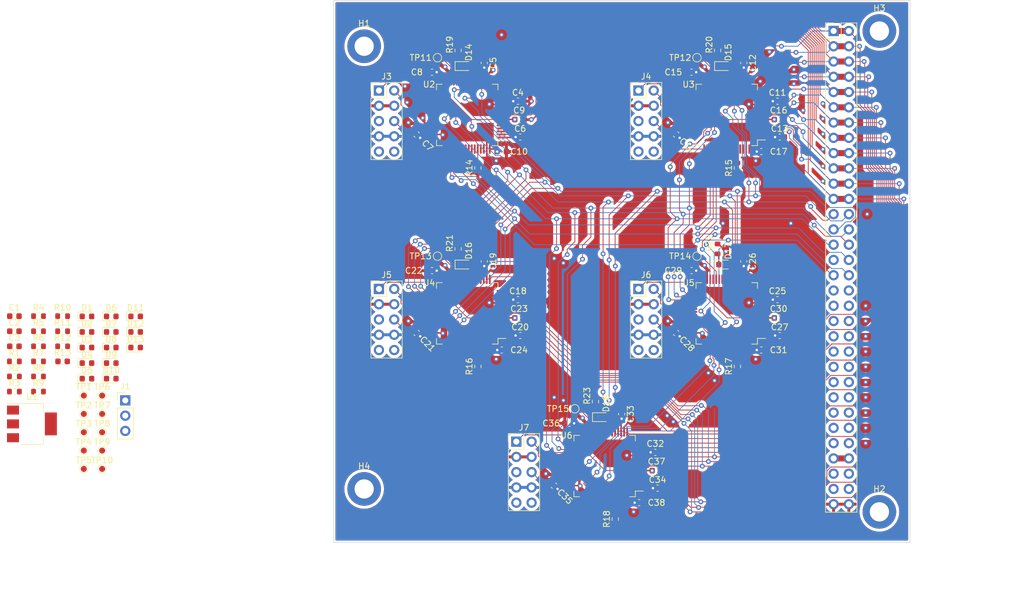
<source format=kicad_pcb>
(kicad_pcb (version 20221018) (generator pcbnew)
  (layers (0 "F.Cu" signal) (1 "In1.Cu" mixed) (2 "In2.Cu" power) (31 "B.Cu" signal) (34 "B.Paste" user) (35 "F.Paste" user) (36 "B.SilkS" user "B.Silkscreen") (37 "F.SilkS" user "F.Silkscreen") (38 "B.Mask" user) (39 "F.Mask" user) (44 "Edge.Cuts" user))
  (net 0 "")
  (net 1 "/3V3_CONN")
  (net 2 "GND")
  (net 3 "+3V3")
  (net 4 "Net-(D1-K)")
  (net 5 "Net-(D3-K)")
  (net 6 "/CS_1")
  (net 7 "Net-(D4-K)")
  (net 8 "/CS_2")
  (net 9 "Net-(D5-K)")
  (net 10 "/CS_3")
  (net 11 "Net-(D6-K)")
  (net 12 "/CS_4")
  (net 13 "Net-(D7-K)")
  (net 14 "/CS_5")
  (net 15 "Net-(D8-K)")
  (net 16 "/CS_6")
  (net 17 "Net-(D9-K)")
  (net 18 "/CS_7")
  (net 19 "Net-(D10-K)")
  (net 20 "/CS_8")
  (net 21 "Net-(D11-K)")
  (net 22 "/CS_9")
  (net 23 "Net-(D12-K)")
  (net 24 "/CS_10")
  (net 25 "Net-(D13-K)")
  (net 26 "/CS_11")
  (net 27 "/Node/RESET")
  (net 28 "/CS_12")
  (net 29 "/P_MOSI")
  (net 30 "/P_MISO")
  (net 31 "/P_SCLK")
  (net 32 "/S_MOSI")
  (net 33 "/S_MISO")
  (net 34 "/S_SCLK")
  (net 35 "/R_MOSI")
  (net 36 "/Node/SWDIO")
  (net 37 "/Node/SWCLK")
  (net 38 "/Node1/SWDIO")
  (net 39 "/Node1/SWCLK")
  (net 40 "/Node2/SWDIO")
  (net 41 "/Node2/SWCLK")
  (net 42 "/Node3/SWDIO")
  (net 43 "/Node3/SWCLK")
  (net 44 "/Node4/SWDIO")
  (net 45 "/Node4/SWCLK")
  (net 51 "/Node/BOOT1")
  (net 64 "/R_CS")
  (net 66 "/Node/JTDO")
  (net 67 "/Node/NJTRST")
  (net 69 "/INTRA_SCL")
  (net 70 "/INTRA_SDA")
  (net 76 "/Node1/BOOT1")
  (net 90 "/Node1/JTDO")
  (net 91 "/Node1/RESET")
  (net 92 "/Node1/NJTRST")
  (net 94 "/Node2/RESET")
  (net 97 "/Node3/RESET")
  (net 99 "/Node4/RESET")
  (net 102 "Net-(D2-K)")
  (net 103 "/Node2/BOOT1")
  (net 119 "/Node2/JTDO")
  (net 120 "/Node2/NJTRST")
  (net 127 "/Node3/BOOT1")
  (net 141 "/Node3/JTDO")
  (net 142 "/Node3/NJTRST")
  (net 149 "/Node4/BOOT1")
  (net 163 "/Node4/JTDO")
  (net 164 "/Node4/NJTRST")
  (net 166 "/R_SCLK")
  (net 167 "/R_MISO")
  (net 168 "Net-(U2-BOOT0)")
  (net 169 "Net-(U3-BOOT0)")
  (net 170 "Net-(U4-BOOT0)")
  (net 171 "Net-(U5-BOOT0)")
  (net 172 "Net-(U6-BOOT0)")
  (net 178 "Net-(D14-A)")
  (net 179 "Net-(D15-A)")
  (net 180 "Net-(D16-A)")
  (net 181 "Net-(D17-A)")
  (net 182 "Net-(D18-A)")
  (net 183 "Net-(D14-K)")
  (net 184 "Net-(D15-K)")
  (net 185 "Net-(D16-K)")
  (net 186 "Net-(D17-K)")
  (net 187 "Net-(D18-K)")
  (net 192 "/USART_RX")
  (net 193 "/USART_TX")
  (footprint "Resistor_SMD:R_0603_1608Metric" (layer "F.Cu") (at 176.298 62.707 90)
    (fp_text reference "R15")
    (fp_text value "10K")
  )
  (footprint "LED_SMD:LED_0603_1608Metric" (layer "F.Cu") (at 173.986499 78.772)
    (fp_text reference "D17")
    (fp_text value "Node Active LED")
  )
  (footprint "LED_SMD:LED_0603_1608Metric" (layer "F.Cu") (at 72.114 87.398)
    (fp_text reference "D6")
    (fp_text value "CS5")
  )
  (footprint "Connector_PinHeader_2.54mm:PinHeader_1x03_P2.54mm_Vertical" (layer "F.Cu") (at 74.444 101.378)
    (fp_text reference "J1")
    (fp_text value "UART Header")
  )
  (footprint "Capacitor_SMD:C_0603_1608Metric" (layer "F.Cu") (at 134.178 45.231 90)
    (fp_text reference "C5")
    (fp_text value "0.1uF")
  )
  (footprint "Resistor_SMD:R_0603_1608Metric" (layer "F.Cu") (at 60.004 87.358)
    (fp_text reference "R4")
    (fp_text value "5.1K")
  )
  (footprint "Capacitor_SMD:C_0603_1608Metric" (layer "F.Cu") (at 122.917992 90.161992 135)
    (fp_text reference "C21")
    (fp_text value "0.1uF")
  )
  (footprint "Capacitor_SMD:C_0603_1608Metric" (layer "F.Cu") (at 140.16 57.563)
    (fp_text reference "C6")
    (fp_text value "0.1uF")
  )
  (footprint "Resistor_SMD:R_0603_1608Metric" (layer "F.Cu") (at 60.004 89.868)
    (fp_text reference "R5")
    (fp_text value "5.1K")
  )
  (footprint "LED_SMD:LED_0603_1608Metric" (layer "F.Cu") (at 130.806499 45.752)
    (fp_text reference "D14")
    (fp_text value "Node Active LED")
  )
  (footprint "Resistor_SMD:R_0603_1608Metric" (layer "F.Cu") (at 133.118 95.727 90)
    (fp_text reference "R16")
    (fp_text value "10K")
  )
  (footprint "LED_SMD:LED_0603_1608Metric" (layer "F.Cu") (at 173.986499 45.752)
    (fp_text reference "D15")
    (fp_text value "Node Active LED")
  )
  (footprint "TestPoint:TestPoint_Pad_D1.0mm" (layer "F.Cu") (at 67.544 100.578)
    (fp_text reference "TP1")
    (fp_text value "3V3_TP")
  )
  (footprint "TestPoint:TestPoint_Pad_D1.0mm" (layer "F.Cu") (at 67.544 112.778)
    (fp_text reference "TP5")
    (fp_text value "SSPI_MOSI_TP")
  )
  (footprint "Capacitor_SMD:C_0603_1608Metric" (layer "F.Cu") (at 183.213 54.642)
    (fp_text reference "C16")
    (fp_text value "0.1uF")
  )
  (footprint "Capacitor_SMD:C_0603_1608Metric" (layer "F.Cu") (at 166.097992 57.141992 135)
    (fp_text reference "C14")
    (fp_text value "0.1uF")
  )
  (footprint "Capacitor_SMD:C_0603_1608Metric" (layer "F.Cu") (at 125.485 79.788 180)
    (fp_text reference "C22")
    (fp_text value "0.1uF")
  )
  (footprint "Resistor_SMD:R_0603_1608Metric" (layer "F.Cu") (at 64.014 89.868)
    (fp_text reference "R11")
    (fp_text value "5.1K")
  )
  (footprint "Resistor_SMD:R_0603_1608Metric" (layer "F.Cu") (at 133.118 62.707 90)
    (fp_text reference "R14")
    (fp_text value "10K")
  )
  (footprint "Capacitor_SMD:C_0603_1608Metric" (layer "F.Cu") (at 148.345 105.188 180)
    (fp_text reference "C36")
    (fp_text value "0.1uF")
  )
  (footprint "Resistor_SMD:R_0603_1608Metric" (layer "F.Cu") (at 55.994 99.908)
    (fp_text reference "R3")
    (fp_text value "5.1K")
  )
  (footprint "Capacitor_SMD:C_0603_1608Metric" (layer "F.Cu") (at 180.266 59.976)
    (fp_text reference "C17")
    (fp_text value "0.1uF")
  )
  (footprint "TestPoint:TestPoint_Pad_D1.0mm" (layer "F.Cu") (at 169.567 44.355)
    (fp_text reference "TP12")
    (fp_text value "BOOT1 TP")
  )
  (footprint "LED_SMD:LED_0603_1608Metric" (layer "F.Cu") (at 68.064 87.398)
    (fp_text reference "D1")
    (fp_text value "Power LED")
  )
  (footprint "Capacitor_SMD:C_0603_1608Metric" (layer "F.Cu") (at 122.917992 57.141992 135)
    (fp_text reference "C7")
    (fp_text value "0.1uF")
  )
  (footprint "Capacitor_SMD:C_0603_1608Metric" (layer "F.Cu") (at 183.213 87.662)
    (fp_text reference "C30")
    (fp_text value "0.1uF")
  )
  (footprint "TestPoint:TestPoint_Pad_D1.0mm" (layer "F.Cu") (at 67.544 109.728)
    (fp_text reference "TP4")
    (fp_text value "PSPI_SCLK_TP")
  )
  (footprint "Resistor_SMD:R_0603_1608Metric" (layer "F.Cu") (at 129.816 43.149 -90)
    (fp_text reference "R19")
    (fp_text value "5.1K")
  )
  (footprint "MountingHole:MountingHole_3.2mm_M3_DIN965_Pad" (layer "F.Cu") (at 114.19 42.45)
    (fp_text reference "H1")
    (fp_text value "MountingHole" hide)
  )
  (footprint "Connector_PinHeader_2.54mm:PinHeader_2x32_P2.54mm_Vertical" (layer "F.Cu") (at 192.3 39.91)
    (fp_text reference "J2" hide)
    (fp_text value "PC104 Interconnect")
  )
  (footprint "Package_TO_SOT_SMD:SOT-223-3_TabPin2" (layer "F.Cu") (at 58.914 105.288)
    (fp_text reference "U1")
    (fp_text value "AMS1117-3.3")
  )
  (footprint "TestPoint:TestPoint_Pad_D1.0mm" (layer "F.Cu") (at 70.594 109.728)
    (fp_text reference "TP9")
    (fp_text value "RSPI_MISO_TP")
  )
  (footprint "TestPoint:TestPoint_Pad_D1.0mm" (layer "F.Cu") (at 67.544 106.678)
    (fp_text reference "TP3")
    (fp_text value "PSPI_MISO_TP")
  )
  (footprint "Capacitor_SMD:C_0603_1608Metric" (layer "F.Cu") (at 166.097992 90.161992 135)
    (fp_text reference "C28")
    (fp_text value "0.1uF")
  )
  (footprint "Capacitor_SMD:C_0603_1608Metric" (layer "F.Cu") (at 145.777992 115.561992 135)
    (fp_text reference "C35")
    (fp_text value "0.1uF")
  )
  (footprint "LED_SMD:LED_0603_1608Metric" (layer "F.Cu") (at 76.164 87.398)
    (fp_text reference "D11")
    (fp_text value "CS10")
  )
  (footprint "Resistor_SMD:R_0603_1608Metric" (layer "F.Cu") (at 64.014 92.378)
    (fp_text reference "R12")
    (fp_text value "5.1K")
  )
  (footprint "Capacitor_SMD:C_0603_1608Metric" (layer "F.Cu") (at 183.34 57.563)
    (fp_text reference "C13")
    (fp_text value "0.1uF")
  )
  (footprint "Package_QFP:LQFP-64_10x10mm_P0.5mm" (layer "F.Cu") (at 131.34 86.9 180)
    (fp_text reference "U4")
    (fp_text value "STM32L151RCTx")
  )
  (footprint "Resistor_SMD:R_0603_1608Metric" (layer "F.Cu") (at 60.004 94.888)
    (fp_text reference "R7")
    (fp_text value "5.1K")
  )
  (footprint "Resistor_SMD:R_0603_1608Metric" (layer "F.Cu") (at 60.004 92.378)
    (fp_text reference "R6")
    (fp_text value "5.1K")
  )
  (footprint "Capacitor_SMD:C_0603_1608Metric" (layer "F.Cu") (at 180.266 92.996)
    (fp_text reference "C31")
    (fp_text value "0.1uF")
  )
  (footprint "TestPoint:TestPoint_Pad_D1.0mm" (layer "F.Cu") (at 70.594 112.778)
    (fp_text reference "TP10")
    (fp_text value "RSPI_SCLK_TP")
  )
  (footprint "LED_SMD:LED_0603_1608Metric" (layer "F.Cu") (at 130.806499 78.772)
    (fp_text reference "D16")
    (fp_text value "Node Active LED")
  )
  (footprint "Resistor_SMD:R_0603_1608Metric" (layer "F.Cu") (at 60.004 97.398)
    (fp_text reference "R8")
    (fp_text value "5.1K")
  )
  (footprint "LED_SMD:LED_0603_1608Metric" (layer "F.Cu") (at 72.114 95.168)
    (fp_text reference "D9")
    (fp_text value "CS8")
  )
  (footprint "LED_SMD:LED_0603_1608Metric" (layer "F.Cu") (at 68.064 89.988)
    (fp_text reference "D2")
    (fp_text value "CS1")
  )
  (footprint "Capacitor_SMD:C_0603_1608Metric" (layer "F.Cu") (at 163.02 115.983)
    (fp_text reference "C34")
    (fp_text value "0.1uF")
  )
  (footprint "Capacitor_SMD:C_0603_1608Metric" (layer "F.Cu") (at 140.033 54.642)
    (fp_text reference "C9")
    (fp_text value "0.1uF")
  )
  (footprint "Resistor_SMD:R_0603_1608Metric" (layer "F.Cu") (at 55.994 94.888)
    (fp_text reference "R1")
    (fp_text value "5.1k")
  )
  (footprint "Capacitor_SMD:C_0603_1608Metric" (layer "F.Cu") (at 140.033 87.662)
    (fp_text reference "C23")
    (fp_text value "0.1uF")
  )
  (footprint "LED_SMD:LED_0603_1608Metric" (layer "F.Cu") (at 153.666499 104.172)
    (fp_text reference "D18")
    (fp_text value "Node Active LED")
  )
  (footprint "Resistor_SMD:R_0603_1608Metric" (layer "F.Cu") (at 55.994 97.398)
    (fp_text reference "R2")
    (fp_text value "5.1K")
  )
  (footprint "Capacitor_SMD:C_0603_1608Metric" (layer "F.Cu") (at 182.959 84.614)
    (fp_text reference "C25")
    (fp_text value "4.7uF")
  )
  (footprint "Capacitor_SMD:C_0603_1608Metric" (layer "F.Cu") (at 168.665 46.768 180)
    (fp_text reference "C15")
    (fp_text value "0.1uF")
  )
  (footprint "TestPoint:TestPoint_Pad_D1.0mm" (layer "F.Cu") (at 70.594 106.678)
    (fp_text reference "TP8")
    (fp_text value "RSPI_MOSI_TP")
  )
  (footprint "TestPoint:TestPoint_Pad_D1.0mm" (layer "F.Cu") (at 70.594 103.628)
    (fp_text reference "TP7")
    (fp_text value "SSPI_SCLK_TP")
  )
  (footprint "Resistor_SMD:R_0603_1608Metric" (layer "F.Cu") (at 172.996 43.149 -90)
    (fp_text reference "R20")
    (fp_text value "5.1K")
  )
  (footprint "Capacitor_SMD:C_0603_1608Metric" (layer "F.Cu") (at 55.994 92.378)
    (fp_text reference "C3")
    (fp_text value "22uF")
  )
  (footprint "Capacitor_SMD:C_0603_1608Metric" (layer "F.Cu") (at 177.358 78.251 90)
    (fp_text reference "C26")
    (fp_text value "0.1uF")
  )
  (footprint "LED_SMD:LED_0603_1608Metric" (layer "F.Cu") (at 68.064 95.168)
    (fp_text reference "D4")
    (fp_text value "CS3")
  )
  (footprint "Connector_PinHeader_2.54mm:PinHeader_2x05_P2.54mm_Vertical" (layer "F.Cu") (at 159.832 49.816)
    (fp_text reference "J4")
    (fp_text value "STLINK/V2 Clone Header")
  )
  (footprint "TestPoint:TestPoint_Pad_D1.0mm" (layer "F.Cu") (at 126.387 44.355)
    (fp_text reference "TP11")
    (fp_text value "BOOT1 TP")
  )
  (footprint "TestPoint:TestPoint_Pad_D1.0mm" (layer "F.Cu") (at 67.544 103.628)
    (fp_text reference "TP2")
    (fp_text value "PSPI_MOSI_TP")
  )
  (footprint "Capacitor_SMD:C_0603_1608Metric" (layer "F.Cu") (at 182.959 51.594)
    (fp_text reference "C11")
    (fp_text value "4.7uF")
  )
  (footprint "Capacitor_SMD:C_0603_1608Metric" (layer "F.Cu") (at 162.639 110.014)
    (fp_text reference "C32")
    (fp_text value "4.7uF")
  )
  (footprint "LED_SMD:LED_0603_1608Metric" (layer "F.Cu") (at 72.114 89.988)
    (fp_text reference "D7")
    (fp_text value "CS6")
  )
  (footprint "Package_QFP:LQFP-64_10x10mm_P0.5mm" (layer "F.Cu") (at 154.2 112.3 180)
    (fp_text reference "U6")
    (fp_text value "STM32L151RCTx")
  )
  (footprint "Capacitor_SMD:C_0603_1608Metric" (layer "F.Cu") (at 139.779 84.614)
    (fp_text reference "C18")
    (fp_text value "4.7uF")
  )
  (footprint "Capacitor_SMD:C_0603_1608Metric" (layer "F.Cu") (at 55.994 87.358)
    (fp_text reference "C1")
    (fp_text value "4.7uF")
  )
  (footprint "Capacitor_SMD:C_0603_1608Metric" (layer "F.Cu") (at 168.665 79.788 180)
    (fp_text reference "C29")
    (fp_text value "0.1uF")
  )
  (footprint "Package_QFP:LQFP-64_10x10mm_P0.5mm" (layer "F.Cu") (at 174.52 53.88 180)
    (fp_text reference "U3")
    (fp_text value "STM32L151RCTx")
  )
  (footprint "Capacitor_SMD:C_0603_1608Metric" (layer "F.Cu") (at 177.358 45.231 90)
    (fp_text reference "C12")
    (fp_text value "0.1uF")
  )
  (footprint "TestPoint:TestPoint_Pad_D1.0mm" (layer "F.Cu") (at 169.567 77.375)
    (fp_text reference "TP14")
    (fp_text value "BOOT1 TP")
  )
  (footprint "Capacitor_SMD:C_0603_1608Metric" (layer "F.Cu") (at 159.946 118.396)
    (fp_text reference "C38")
    (fp_text value "0.1uF")
  )
  (footprint "Resistor_SMD:R_0603_1608Metric" (layer "F.Cu") (at 176.298 95.727 90)
    (fp_text reference "R17")
    (fp_text value "10K")
  )
  (footprint "Connector_PinHeader_2.54mm:PinHeader_2x05_P2.54mm_Vertical" (layer "F.Cu") (at 116.652 82.836)
    (fp_text reference "J5")
    (fp_text value "STLINK/V2 Clone Header")
  )
  (footprint "Resistor_SMD:R_0603_1608Metric" (layer "F.Cu") (at 60.004 99.908)
    (fp_text reference "R9")
    (fp_text value "5.1K")
  )
  (footprint "Capacitor_SMD:C_0603_1608Metric" (layer "F.Cu") (at 55.994 89.868)
    (fp_text reference "C2")
    (fp_text value "10uF")
  )
  (footprint "Resistor_SMD:R_0603_1608Metric" (layer "F.Cu") (at 152.676 101.569 -90)
    (fp_text reference "R23")
    (fp_text value "5.1K")
  )
  (footprint "Capacitor_SMD:C_0603_1608Metric" (layer "F.Cu") (at 140.16 90.583)
    (fp_text reference "C20")
    (fp_text value "0.1uF")
  )
  (footprint "MountingHole:MountingHole_3.2mm_M3_DIN965_Pad" (layer "F.Cu") (at 199.92 119.92)
    (fp_text reference "H2")
    (fp_text value "MountingHole")
  )
  (footprint "LED_SMD:LED_0603_1608Metric" (layer "F.Cu") (at 68.064 92.578)
    (fp_text reference "D3")
    (fp_text value "CS2")
  )
  (footprint "Resistor_SMD:R_0603_1608Metric" (layer "F.Cu") (at 172.996 76.169 -90)
    (fp_text reference "R22")
    (fp_text value "5.1K")
  )
  (footprint "Capacitor_SMD:C_0603_1608Metric" (layer "F.Cu") (at 162.893 113.062)
    (fp_text reference "C37")
    (fp_text value "0.1uF")
  )
  (footprint "Capacitor_SMD:C_0603_1608Metric" (layer "F.Cu") (at 134.178 78.251 90)
    (fp_text reference "C19")
    (fp_text value "0.1uF")
  )
  (footprint "Resistor_SMD:R_0603_1608Metric" (layer "F.Cu") (at 129.816 76.169 -90)
    (fp_text reference "R21")
    (fp_text value "5.1K")
  )
  (footprint "LED_SMD:LED_0603_1608Metric" (layer "F.Cu") (at 68.064 97.758)
    (fp_text reference "D5")
    (fp_text value "CS4")
  )
  (footprint "Connector_PinHeader_2.54mm:PinHeader_2x05_P2.54mm_Vertical" (layer "F.Cu") (at 139.512 108.236)
    (fp_text reference "J7")
    (fp_text value "STLINK/V2 Clone Header")
  )
  (footprint "Resistor_SMD:R_0603_1608Metric" (layer "F.Cu") (at 155.978 121.127 90)
    (fp_text reference "R18")
    (fp_text value "10K")
  )
  (footprint "Capacitor_SMD:C_0603_1608Metric" (layer "F.Cu") (at 139.779 51.594)
    (fp_text reference "C4")
    (fp_text value "4.7uF")
  )
  (footprint "Resistor_SMD:R_0603_1608Metric" (layer "F.Cu") (at 64.014 87.358)
    (fp_text reference "R10")
    (fp_text value "5.1K")
  )
  (footprint "TestPoint:TestPoint_Pad_D1.0mm" (layer "F.Cu") (at 70.594 100.578)
    (fp_text reference "TP6")
    (fp_text value "SSPI_MISO_TP")
  )
  (footprint "Capacitor_SMD:C_0603_1608Metric" (layer "F.Cu") (at 157.038 103.651 90)
    (fp_text reference "C33")
    (fp_text value "0.1uF")
  )
  (footprint "Connector_PinHeader_2.54mm:PinHeader_2x05_P2.54mm_Vertical" (layer "F.Cu") (at 116.652 49.816)
    (fp_text reference "J3")
    (fp_text value "STLINK/V2 Clone Header")
  )
  (footprint "LED_SMD:LED_0603_1608Metric" (layer "F.Cu") (at 76.164 92.578)
    (fp_text reference "D13")
    (fp_text value "CS12")
  )
  (footprint "LED_SMD:LED_0603_1608Metric" (layer "F.Cu") (at 72.114 97.758)
    (fp_text reference "D10")
    (fp_text value "CS9")
  )
  (footprint "Capacitor_SMD:C_0603_1608Metric" (layer "F.Cu") (at 137.086 59.976)
    (fp_text reference "C10")
    (fp_text value "0.1uF")
  )
  (footprint "TestPoint:TestPoint_Pad_D1.0mm" (layer "F.Cu") (at 126.387 77.375)
    (fp_text reference "TP13")
    (fp_text value "BOOT1 TP")
  )
  (footprint "MountingHole:MountingHole_3.2mm_M3_DIN965_Pad" (layer "F.Cu") (at 114.19 116.11)
    (fp_text reference "H4")
    (fp_text value "MountingHole")
  )
  (footprint "Capacitor_SMD:C_0603_1608Metric" (layer "F.Cu") (at 183.34 90.583)
    (fp_text reference "C27")
    (fp_text value "0.1uF")
  )
  (footprint "Capacitor_SMD:C_0603_1608Metric" (layer "F.Cu") (at 125.485 46.768 180)
    (fp_text reference "C8")
    (fp_text value "0.1uF")
  )
  (footprint "Package_QFP:LQFP-64_10x10mm_P0.5mm" (layer "F.Cu") (at 174.52 86.9 180)
    (fp_text reference "U5")
    (fp_text value "STM32L151RCTx")
  )
  (footprint "Package_QFP:LQFP-64_10x10mm_P0.5mm" (layer "F.Cu") (at 131.34 53.88 180)
    (fp_text reference "U2")
    (fp_text value "STM32L151RCTx")
  )
  (footprint "Capacitor_SMD:C_0603_1608Metric" (layer "F.Cu") (at 64.014 94.888)
    (fp_text reference "R13")
    (fp_text value "5.1K")
  )
  (footprint "LED_SMD:LED_0603_1608Metric" (layer "F.Cu") (at 72.114 92.578)
    (fp_text reference "D8")
    (fp_text value "CS7")
  )
  (footprint "Capacitor_SMD:C_0603_1608Metric" (layer "F.Cu") (at 137.086 92.996)
    (fp_text reference "C24")
    (fp_text value "0.1uF")
  )
  (footprint "MountingHole:MountingHole_3.2mm_M3_DIN965_Pad" (layer "F.Cu") (at 199.92 39.91)
    (fp_text reference "H3")
    (fp_text value "MountingHole")
  )
  (footprint "TestPoint:TestPoint_Pad_D1.0mm" (layer "F.Cu") (at 149.247 102.775)
    (fp_text reference "TP15")
    (fp_text value "BOOT1 TP")
  )
  (footprint "LED_SMD:LED_0603_1608Metric" (layer "F.Cu") (at 76.164 89.988)
    (fp_text reference "D12")
    (fp_text value "CS11")
  )
  (footprint "Connector_PinHeader_2.54mm:PinHeader_2x05_P2.54mm_Vertical" (layer "F.Cu") (at 159.832 82.836)
    (fp_text reference "J6")
    (fp_text value "STLINK/V2 Clone Header")
  )
  (gr_rect locked (start 109.11 34.83) (end 205 125) (stroke (width 0.1)) (fill none) (layer "Edge.Cuts"))
  (segment (start 192.3 111.03) (end 194.84 111.03) (width 1) (layer "F.Cu") (net 1))
  (segment (start 135.023 52.102) (end 135.051 52.13) (width 0.25) (layer "F.Cu") (net 2))
  (segment (start 134.59 60.559) (end 135.15 61.119) (width 0.25) (layer "F.Cu") (net 2))
  (segment (start 128.09 81.225) (end 128.09 79.459) (width 0.25) (layer "F.Cu") (net 2))
  (segment (start 171.27 79.332) (end 170.837 78.899) (width 0.25) (layer "F.Cu") (net 2))
  (segment (start 178.33 94.139) (end 178.711 94.52) (width 0.25) (layer "F.Cu") (net 2))
  (segment (start 177.77 58.273) (end 177.695 58.198) (width 0.25) (layer "F.Cu") (net 2))
  (segment (start 134.59 92.575) (end 134.59 91.293) (width 0.25) (layer "F.Cu") (net 2))
  (segment (start 127.022 57.13) (end 127.224 57.13) (width 0.25) (layer "F.Cu") (net 2))
  (segment (start 150.95 104.732) (end 150.517 104.299) (width 0.25) (layer "F.Cu") (net 2))
  (segment (start 135.531 94.52) (end 136.166 94.52) (width 0.25) (layer "F.Cu") (net 2))
  (segment (start 177.745 80.407236) (end 178.745236 79.407) (width 0.25) (layer "F.Cu") (net 2))
  (segment (start 125.665 57.13) (end 124.303 57.13) (width 0.25) (layer "F.Cu") (net 2))
  (segment (start 177.745 81.2) (end 177.745 80.407236) (width 0.25) (layer "F.Cu") (net 2))
  (segment (start 128.09 81.225) (end 128.09 79.332) (width 0.25) (layer "F.Cu") (net 2))
  (segment (start 128.09 48.205) (end 128.09 46.312) (width 0.25) (layer "F.Cu") (net 2))
  (segment (start 135.565236 46.387) (end 135.658 46.387) (width 0.25) (layer "F.Cu") (net 2))
  (segment (start 157.45 117.975) (end 157.45 118.979) (width 0.25) (layer "F.Cu") (net 2))
  (segment (start 178.711 94.52) (end 179.346 94.52) (width 0.25) (layer "F.Cu") (net 2))
  (segment (start 178.711 61.5) (end 179.346 61.5) (width 0.25) (layer "F.Cu") (net 2))
  (segment (start 134.59 92.575) (end 134.59 93.579) (width 0.25) (layer "F.Cu") (net 2))
  (segment (start 147.163 115.55) (end 145.3735 113.7605) (width 0.25) (layer "F.Cu") (net 2))
  (segment (start 171.27 81.225) (end 171.27 79.459) (width 0.25) (layer "F.Cu") (net 2))
  (segment (start 158.391 119.92) (end 159.026 119.92) (width 0.25) (layer "F.Cu") (net 2))
  (segment (start 177.77 81.225) (end 177.745 81.2) (width 0.25) (layer "F.Cu") (net 2))
  (segment (start 145.3735 113.7605) (end 145.183 113.57) (width 0.25) (layer "F.Cu") (net 2))
  (segment (start 178.33 61.119) (end 178.711 61.5) (width 0.25) (layer "F.Cu") (net 2))
  (segment (start 134.59 58.273) (end 134.515 58.198) (width 0.25) (layer "F.Cu") (net 2))
  (segment (start 177.77 91.293) (end 177.695 91.218) (width 0.25) (layer "F.Cu") (net 2))
  (segment (start 157.425 105.807236) (end 158.425236 104.807) (width 0.25) (layer "F.Cu") (net 2))
  (segment (start 177.77 93.579) (end 178.33 94.139) (width 0.25) (layer "F.Cu") (net 2))
  (segment (start 140.554 51.594) (end 142.008 51.594) (width 0.25) (layer "F.Cu") (net 2))
  (segment (start 140.808 54.642) (end 142.008 54.642) (width 0.25) (layer "F.Cu") (net 2))
  (segment (start 158.425236 104.807) (end 158.518 104.807) (width 0.25) (layer "F.Cu") (net 2))
  (segment (start 157.911 110.55) (end 159.875 110.55) (width 0.25) (layer "F.Cu") (net 2))
  (segment (start 167.483 57.13) (end 165.6935 55.3405) (width 0.25) (layer "F.Cu") (net 2))
  (segment (start 135.023 85.122) (end 135.051 85.15) (width 0.25) (layer "F.Cu") (net 2))
  (segment (start 134.565 48.18) (end 134.565 47.387236) (width 0.25) (layer "F.Cu") (net 2))
  (segment (start 178.203 85.122) (end 178.231 85.15) (width 0.25) (layer "F.Cu") (net 2))
  (segment (start 135.051 52.13) (end 137.015 52.13) (width 0.25) (layer "F.Cu") (net 2))
  (segment (start 157.45 118.979) (end 158.01 119.539) (width 0.25) (layer "F.Cu") (net 2))
  (segment (start 157.45 117.975) (end 157.45 116.693) (width 0.25) (layer "F.Cu") (net 2))
  (segment (start 150.136 115.602) (end 150.084 115.55) (width 0.25) (layer "F.Cu") (net 2))
  (segment (start 125.665 57.13) (end 127.022 57.13) (width 0.25) (layer "F.Cu") (net 2))
  (segment (start 148.525 115.55) (end 147.163 115.55) (width 0.25) (layer "F.Cu") (net 2))
  (segment (start 127.276 90.202) (end 127.224 90.15) (width 0.25) (layer "F.Cu") (net 2))
  (segment (start 134.59 93.579) (end 135.15 94.139) (width 0.25) (layer "F.Cu") (net 2))
  (segment (start 168.845 90.15) (end 167.483 90.15) (width 0.25) (layer "F.Cu") (net 2))
  (segment (start 134.59 91.293) (end 134.515 91.218) (width 0.25) (layer "F.Cu") (net 2))
  (segment (start 134.59 59.555) (end 134.59 58.273) (width 0.25) (layer "F.Cu") (net 2))
  (segment (start 122.5135 88.3605) (end 122.323 88.17) (width 0.25) (layer "F.Cu") (net 2))
  (segment (start 172.996 75.344) (end 173.124 75.344) (width 0.25) (layer "F.Cu") (net 2))
  (segment (start 157.425 106.6) (end 157.425 105.807236) (width 0.25) (layer "F.Cu") (net 2))
  (segment (start 165.503 55.15) (end 164.741 55.15) (width 0.25) (layer "F.Cu") (net 2))
  (segment (start 177.77 59.555) (end 177.77 60.559) (width 0.25) (layer "F.Cu") (net 2))
  (segment (start 124.303 90.15) (end 122.5135 88.3605) (width 0.25) (layer "F.Cu") (net 2))
  (segment (start 122.323 88.17) (end 121.561 88.17) (width 0.25) (layer "F.Cu") (net 2))
  (segment (start 128.09 79.332) (end 127.657 78.899) (width 0.25) (layer "F.Cu") (net 2))
  (segment (start 135.051 85.15) (end 137.015 85.15) (width 0.25) (layer "F.Cu") (net 2))
  (segment (start 158.01 119.539) (end 158.391 119.92) (width 0.25) (layer "F.Cu") (net 2))
  (segment (start 150.95 106.625) (end 150.95 104.859) (width 0.25) (layer "F.Cu") (net 2))
  (segment (start 134.59 81.225) (end 134.565 81.2) (width 0.25) (layer "F.Cu") (net 2))
  (segment (start 157.883 110.522) (end 157.911 110.55) (width 0.25) (layer "F.Cu") (net 2))
  (segment (start 150.95 106.625) (end 150.95 104.732) (width 0.25) (layer "F.Cu") (net 2))
  (segment (start 178.203 52.102) (end 178.231 52.13) (width 0.25) (layer "F.Cu") (net 2))
  (segment (start 170.202 90.15) (end 170.404 90.15) (width 0.25) (layer "F.Cu") (net 2))
  (segment (start 178.231 52.13) (end 180.195 52.13) (width 0.25) (layer "F.Cu") (net 2))
  (segment (start 165.6935 55.3405) (end 165.503 55.15) (width 0.25) (layer "F.Cu") (net 2))
  (segment (start 157.45 106.625) (end 157.425 106.6) (width 0.25) (layer "F.Cu") (net 2))
  (segment (start 124.303 57.13) (end 122.5135 55.3405) (width 0.25) (layer "F.Cu") (net 2))
  (segment (start 178.231 85.15) (end 180.195 85.15) (width 0.25) (layer "F.Cu") (net 2))
  (segment (start 171.27 48.205) (end 171.27 46.312) (width 0.25) (layer "F.Cu") (net 2))
  (segment (start 127.022 90.15) (end 127.224 90.15) (width 0.25) (layer "F.Cu") (net 2))
  (segment (start 177.745 47.387236) (end 178.745236 46.387) (width 0.25) (layer "F.Cu") (net 2))
  (segment (start 128.09 48.205) (end 128.09 46.439) (width 0.25) (layer "F.Cu") (net 2))
  (segment (start 127.276 57.182) (end 127.224 57.13) (width 0.25) (layer "F.Cu") (net 2))
  (segment (start 125.665 90.15) (end 127.022 90.15) (width 0.25) (layer "F.Cu") (net 2))
  (segment (start 128.09 46.312) (end 127.657 45.879) (width 0.25) (layer "F.Cu") (net 2))
  (segment (start 173.124 75.344) (end 174.393 76.613) (width 0.25) (layer "F.Cu") (net 2))
  (segment (start 135.565236 79.407) (end 135.658 79.407) (width 0.25) (layer "F.Cu") (net 2))
  (segment (start 165.6935 88.3605) (end 165.503 88.17) (width 0.25) (layer "F.Cu") (net 2))
  (segment (start 135.15 61.119) (end 135.531 61.5) (width 0.25) (layer "F.Cu") (net 2))
  (segment (start 168.845 90.15) (end 170.202 90.15) (width 0.25) (layer "F.Cu") (net 2))
  (segment (start 178.745236 46.387) (end 178.838 46.387) (width 0.25) (layer "F.Cu") (net 2))
  (segment (start 149.882 115.55) (end 150.084 115.55) (width 0.25) (layer "F.Cu") (net 2))
  (segment (start 177.745 48.18) (end 177.745 47.387236) (width 0.25) (layer "F.Cu") (net 2))
  (segment (start 167.483 90.15) (end 165.6935 88.3605) (width 0.25) (layer "F.Cu") (net 2))
  (segment (start 165.503 88.17) (end 164.741 88.17) (width 0.25) (layer "F.Cu") (net 2))
  (segment (start 177.77 92.575) (end 177.77 93.579) (width 0.25) (layer "F.Cu") (net 2))
  (segment (start 157.45 116.693) (end 157.375 116.618) (width 0.25) (layer "F.Cu") (net 2))
  (segment (start 122.5135 55.3405) (end 122.323 55.15) (width 0.25) (layer "F.Cu") (net 2))
  (segment (start 134.565 47.387236) (end 135.565236 46.387) (width 0.25) (layer "F.Cu") (net 2))
  (segment (start 178.745236 79.407) (end 178.838 79.407) (width 0.25) (layer "F.Cu") (net 2))
  (segment (start 171.27 81.225) (end 171.27 79.332) (width 0.25) (layer "F.Cu") (net 2))
  (segment (start 122.323 55.15) (end 121.561 55.15) (width 0.25) (layer "F.Cu") (net 2))
  (segment (start 177.77 60.559) (end 178.33 61.119) (width 0.25) (layer "F.Cu") (net 2))
  (segment (start 168.845 57.13) (end 167.483 57.13) (width 0.25) (layer "F.Cu") (net 2))
  (segment (start 145.183 113.57) (end 144.421 113.57) (width 0.25) (layer "F.Cu") (net 2))
  (segment (start 134.59 48.205) (end 134.565 48.18) (width 0.25) (layer "F.Cu") (net 2))
  (segment (start 134.565 80.407236) (end 135.565236 79.407) (width 0.25) (layer "F.Cu") (net 2))
  (segment (start 177.77 59.555) (end 177.77 58.273) (width 0.25) (layer "F.Cu") (net 2))
  (segment (start 134.565 81.2) (end 134.565 80.407236) (width 0.25) (layer "F.Cu") (net 2))
  (segment (start 170.456 90.202) (end 170.404 90.15) (width 0.25) (layer "F.Cu") (net 2))
  (segment (start 177.77 92.575) (end 177.77 91.293) (width 0.25) (layer "F.Cu") (net 2))
  (segment (start 177.77 48.205) (end 177.745 48.18) (width 0.25) (layer "F.Cu") (net 2))
  (segment (start 171.27 48.205) (end 171.27 46.439) (width 0.25) (layer "F.Cu") (net 2))
  (segment (start 125.665 90.15) (end 124.303 90.15) (width 0.25) (layer "F.Cu") (net 2))
  (segment (start 135.531 61.5) (end 136.166 61.5) (width 0.25) (layer "F.Cu") (net 2))
  (segment (start 171.27 46.312) (end 170.837 45.879) (width 0.25) (layer "F.Cu") (net 2))
  (segment (start 134.59 59.555) (end 134.59 60.559) (width 0.25) (layer "F.Cu") (net 2))
  (segment (start 148.525 115.55) (end 149.882 115.55) (width 0.25) (layer "F.Cu") (net 2))
  (segment (start 135.15 94.139) (end 135.531 94.52) (width 0.25) (layer "F.Cu") (net 2))
  (via (at 135.023 52.102) (size 0.8) (drill 0.4) (layers "F.Cu" "B.Cu") (net 2))
  (via (at 197.634 108.49) (size 0.8) (drill 0.4) (layers "F.Cu" "B.Cu") (net 2))
  (via (at 164.741 88.17) (size 0.8) (drill 0.4) (layers "F.Cu" "B.Cu") (net 2))
  (via (at 178.203 85.122) (size 0.8) (drill 0.4) (layers "F.Cu" "B.Cu") (net 2))
  (via (at 135.023 85.122) (size 0.8) (drill 0.4) (layers "F.Cu" "B.Cu") (net 2))
  (via (at 121.3324 51.7972) (size 0.8) (drill 0.4) (layers "F.Cu" "B.Cu") (net 2))
  (via (at 135.658 79.407) (size 0.8) (drill 0.4) (layers "F.Cu" "B.Cu") (net 2))
  (via (at 159.026 119.92) (size 0.8) (drill 0.4) (layers "F.Cu" "B.Cu") (net 2))
  (via (at 120.9768 49.1048) (size 0.8) (drill 0.4) (layers "F.Cu" "B.Cu") (net 2))
  (via (at 197.634 90.71) (size 0.8) (drill 0.4) (layers "F.Cu" "B.Cu") (net 2))
  (via (at 170.837 78.899) (size 0.8) (drill 0.4) (layers "F.Cu" "B.Cu") (net 2))
  (via (at 197.634 88.17) (size 0.8) (drill 0.4) (layers "F.Cu" "B.Cu") (net 2))
  (via (at 158.518 104.807) (size 0.8) (drill 0.4) (layers "F.Cu" "B.Cu") (net 2))
  (via (at 174.393 76.613) (size 0.8) (drill 0.4) (layers "F.Cu" "B.Cu") (net 2))
  (via (at 136.166 94.52) (size 0.8) (drill 0.4) (layers "F.Cu" "B.Cu") (net 2))
  (via (at 157.883 110.522) (size 0.8) (drill 0.4) (layers "F.Cu" "B.Cu") (net 2))
  (via (at 142.008 54.642) (size 0.8) (drill 0.4) (layers "F.Cu" "B.Cu") (net 2))
  (via (at 178.838 46.387) (size 0.8) (drill 0.4) (layers "F.Cu" "B.Cu") (net 2))
  (via (at 180.108 48.292) (size 0.8) (drill 0.4) (layers "F.Cu" "B.Cu") (net 2))
  (via (at 185.696 48.6984) (size 0.8) (drill 0.4) (layers "F.Cu" "B.Cu") (net 2))
  (via (at 190.522 52.0004) (size 0.8) (drill 0.4) (layers "F.Cu" "B.Cu") (net 2))
  (via (at 197.634 85.63) (size 0.8) (drill 0.4) (layers "F.Cu" "B.Cu") (net 2))
  (via (at 178.203 52.102) (size 0.8) (drill 0.4) (layers "F.Cu" "B.Cu") (net 2))
  (via (at 127.276 57.182) (size 0.8) (drill 0.4) (layers "F.Cu" "B.Cu") (net 2))
  (via (at 173.885 71.914) (size 0.8) (drill 0.4) (layers "F.Cu" "B.Cu") (net 2))
  (via (at 164.614 103.918) (size 0.8) (drill 0.4) (layers "F.Cu" "B.Cu") (net 2))
  (via (at 190.522 57.055) (size 0.8) (drill 0.4) (layers "F.Cu" "B.Cu") (net 2))
  (via (at 190.522 54.515) (size 0.8) (drill 0.4) (layers "F.Cu" "B.Cu") (net 2))
  (via (at 164.741 55.15) (size 0.8) (drill 0.4) (layers "F.Cu" "B.Cu") (net 2))
  (via (at 121.561 88.17) (size 0.8) (drill 0.4) (layers "F.Cu" "B.Cu") (net 2))
  (via (at 127.657 78.899) (size 0.8) (drill 0.4) (layers "F.Cu" "B.Cu") (net 2))
  (via (at 197.634 95.79) (size 0.8) (drill 0.4) (layers "F.Cu" "B.Cu") (net 2))
  (via (at 172.488 98.076) (size 0.8) (drill 0.4) (layers "F.Cu" "B.Cu") (net 2))
  (via (at 170.837 45.879) (size 0.8) (drill 0.4) (layers "F.Cu" "B.Cu") (net 2))
  (via (at 137.055 40.545) (size 0.8) (drill 0.4) (layers "F.Cu" "B.Cu") (net 2))
  (via (at 197.634 98.33) (size 0.8) (drill 0.4) (layers "F.Cu" "B.Cu") (net 2))
  (via (at 190.522 59.595) (size 0.8) (drill 0.4) (layers "F.Cu" "B.Cu") (net 2))
  (via (at 123.9232 54.388) (size 0.8) (drill 0.4) (layers "F.Cu" "B.Cu") (net 2))
  (via (at 185.188 71.914) (size 0.8) (drill 0.4) (layers "F.Cu" "B.Cu") (net 2))
  (via (at 190.522 64.9036) (size 0.8) (drill 0.4) (layers "F.Cu" "B.Cu") (net 2))
  (via (at 147.342 78.518) (size 0.8) (drill 0.4) (layers "F.Cu" "B.Cu") (net 2))
  (via (at 179.346 61.5) (size 0.8) (drill 0.4) (layers "F.Cu" "B.Cu") (net 2))
  (via (at 181.632 43.3644) (size 0.8) (drill 0.4) (layers "F.Cu" "B.Cu") (net 2))
  (via (at 127.657 45.879) (size 0.8) (drill 0.4) (layers "F.Cu" "B.Cu") (net 2))
  (via (at 135.658 46.387) (size 0.8) (drill 0.4) (layers "F.Cu" "B.Cu") (net 2))
  (via (at 170.456 90.202) (size 0.8) (drill 0.4) (layers "F.Cu" "B.Cu") (net 2))
  (via (at 187.22 53.118) (size 0.8) (drill 0.4) (layers "F.Cu" "B.Cu") (net 2))
  (via (at 190.522 62.389) (size 0.8) (drill 0.4) (layers "F.Cu" "B.Cu") (net 2))
  (via (at 121.561 55.15) (size 0.8) (drill 0.4) (layers "F.Cu" "B.Cu") (net 2))
  (via (at 136.166 61.5) (size 0.8) (drill 0.4) (layers "F.Cu" "B.Cu") (net 2))
  (via (at 165.63 104.934) (size 0.8) (drill 0.4) (layers "F.Cu" "B.Cu") (net 2))
  (via (at 178.838 79.407) (size 0.8) (drill 0.4) (layers "F.Cu" "B.Cu") (net 2))
  (via (at 144.421 113.57) (size 0.8) (drill 0.4) (layers "F.Cu" "B.Cu") (net 2))
  (via (at 150.517 104.299) (size 0.8) (drill 0.4) (layers "F.Cu" "B.Cu") (net 2))
  (via (at 197.634 105.95) (size 0.8) (drill 0.4) (layers "F.Cu" "B.Cu") (net 2))
  (via (at 197.634 103.41) (size 0.8) (drill 0.4) (layers "F.Cu" "B.Cu") (net 2))
  (via (at 197.634 93.25) (size 0.8) (drill 0.4) (layers "F.Cu" "B.Cu") (net 2))
  (via (at 127.276 90.202) (size 0.8) (drill 0.4) (layers "F.Cu" "B.Cu") (net 2))
  (via (at 145.818 100.87) (size 0.8) (drill 0.4) (layers "F.Cu" "B.Cu") (net 2))
  (via (at 150.136 115.602) (size 0.8) (drill 0.4) (layers "F.Cu" "B.Cu") (net 2))
  (via (at 171.472 96.806) (size 0.8) (drill 0.4) (layers "F.Cu" "B.Cu") (net 2))
  (via (at 185.696 46.3108) (size 0.8) (drill 0.4) (layers "F.Cu" "B.Cu") (net 2))
  (via (at 197.634 100.87) (size 0.8) (drill 0.4) (layers "F.Cu" "B.Cu") (net 2))
  (via (at 147.342 101.378) (size 0.8) (drill 0.4) (layers "F.Cu" "B.Cu") (net 2))
  (via (at 179.346 94.52) (size 0.8) (drill 0.4) (layers "F.Cu" "B.Cu") (net 2))
  (via (at 145.818 77.756) (size 0.8) (drill 0.4) (layers "F.Cu" "B.Cu") (net 2))
  (via (at 197.888 70.39) (size 0.8) (drill 0.4) (layers "F.Cu" "B.Cu") (net 2))
  (via (at 142.008 51.594) (size 0.8) (drill 0.4) (layers "F.Cu" "B.Cu") (net 2))
  (segment (start 126.26 46.768) (end 127.022 46.768) (width 0.25) (layer "F.Cu") (net 3))
  (segment (start 170.202 46.768) (end 170.77 47.336) (width 0.25) (layer "F.Cu") (net 3))
  (segment (start 177.27 81.225) (end 177.27 79.114) (width 0.25) (layer "F.Cu") (net 3))
  (segment (start 168.845 90.65) (end 166.75 90.65) (width 0.25) (layer "F.Cu") (net 3))
  (segment (start 179.096 92.575) (end 179.517 92.996) (width 0.25) (layer "F.Cu") (net 3))
  (segment (start 134.09 81.225) (end 134.09 79.114) (width 0.25) (layer "F.Cu") (net 3))
  (segment (start 139.318 57.63) (end 139.385 57.563) (width 0.25) (layer "F.Cu") (net 3))
  (segment (start 119.192 90.456) (end 119.573 90.837) (width 0.127) (layer "F.Cu") (net 3))
  (segment (start 159.875 110.05) (end 161.828 110.05) (width 0.25) (layer "F.Cu") (net 3))
  (segment (start 180.195 84.65) (end 182.148 84.65) (width 0.25) (layer "F.Cu") (net 3))
  (segment (start 178.27 59.555) (end 179.096 59.555) (width 0.25) (layer "F.Cu") (net 3))
  (segment (start 180.195 90.65) (end 182.498 90.65) (width 0.25) (layer "F.Cu") (net 3))
  (segment (start 134.09 79.114) (end 134.178 79.026) (width 0.25) (layer "F.Cu") (net 3))
  (segment (start 127.59 47.336) (end 127.59 48.205) (width 0.25) (layer "F.Cu") (net 3))
  (segment (start 180.195 51.63) (end 182.148 51.63) (width 0.25) (layer "F.Cu") (net 3))
  (segment (start 137.015 57.63) (end 139.318 57.63) (width 0.25) (layer "F.Cu") (net 3))
  (segment (start 182.148 51.63) (end 182.184 51.594) (width 0.25) (layer "F.Cu") (net 3))
  (segment (start 142.052 115.856) (end 142.433 116.237) (width 0.127) (layer "F.Cu") (net 3))
  (segment (start 138.786 84.65) (end 139.004 84.868) (width 0.25) (layer "F.Cu") (net 3))
  (segment (start 169.44 79.788) (end 170.202 79.788) (width 0.25) (layer "F.Cu") (net 3))
  (segment (start 137.015 51.63) (end 138.968 51.63) (width 0.25) (layer "F.Cu") (net 3))
  (segment (start 158.776 117.975) (end 159.197 118.396) (width 0.25) (layer "F.Cu") (net 3))
  (segment (start 162.372 57.436) (end 162.753 57.817) (width 0.127) (layer "F.Cu") (net 3))
  (segment (start 157.95 117.975) (end 158.776 117.975) (width 0.25) (layer "F.Cu") (net 3))
  (segment (start 161.828 110.05) (end 161.864 110.014) (width 0.25) (layer "F.Cu") (net 3))
  (segment (start 159.875 116.05) (end 162.178 116.05) (width 0.25) (layer "F.Cu") (net 3))
  (segment (start 138.968 51.63) (end 139.004 51.594) (width 0.25) (layer "F.Cu") (net 3))
  (segment (start 127.022 46.768) (end 127.59 47.336) (width 0.25) (layer "F.Cu") (net 3))
  (segment (start 134.09 46.094) (end 134.178 46.006) (width 0.25) (layer "F.Cu") (net 3))
  (segment (start 177.27 79.114) (end 177.358 79.026) (width 0.25) (layer "F.Cu") (net 3))
  (segment (start 181.966 51.63) (end 182.184 51.848) (width 0.25) (layer "F.Cu") (net 3))
  (segment (start 135.09 92.575) (end 135.916 92.575) (width 0.25) (layer "F.Cu") (net 3))
  (segment (start 149.882 105.188) (end 150.45 105.756) (width 0.25) (layer "F.Cu") (net 3))
  (segment (start 168.845 57.63) (end 166.75 57.63) (width 0.25) (layer "F.Cu") (net 3))
  (segment (start 119.192 57.436) (end 119.573 57.817) (width 0.127) (layer "F.Cu") (net 3))
  (segment (start 170.77 47.336) (end 170.77 48.205) (width 0.25) (layer "F.Cu") (net 3))
  (segment (start 125.665 57.63) (end 123.57 57.63) (width 0.25) (layer "F.Cu") (net 3))
  (segment (start 182.498 57.63) (end 182.565 57.563) (width 0.25) (layer "F.Cu") (net 3))
  (segment (start 161.773 110.05) (end 161.864 110.141) (width 0.25) (layer "F.Cu") (net 3))
  (segment (start 127.59 80.356) (end 127.59 81.225) (width 0.25) (layer "F.Cu") (net 3))
  (segment (start 125.665 90.65) (end 123.57 90.65) (width 0.25) (layer "F.Cu") (net 3))
  (segment (start 166.75 90.65) (end 166.69 90.71) (width 0.25) (layer "F.Cu") (net 3))
  (segment (start 149.12 105.188) (end 149.882 105.188) (width 0.25) (layer "F.Cu") (net 3))
  (segment (start 182.093 84.65) (end 182.184 84.741) (width 0.25) (layer "F.Cu") (net 3))
  (segment (start 148.525 116.05) (end 146.43 116.05) (width 0.25) (layer "F.Cu") (net 3))
  (segment (start 146.43 116.05) (end 146.37 116.11) (width 0.25) (layer "F.Cu") (net 3))
  (segment (start 169.44 46.768) (end 170.202 46.768) (width 0.25) (layer "F.Cu") (net 3))
  (segment (start 177.27 46.094) (end 177.358 46.006) (width 0.25) (layer "F.Cu") (net 3))
  (segment (start 162.178 116.05) (end 162.245 115.983) (width 0.25) (layer "F.Cu") (net 3))
  (segment (start 166.75 57.63) (end 166.69 57.69) (width 0.25) (layer "F.Cu") (net 3))
  (segment (start 137.015 84.65) (end 138.968 84.65) (width 0.25) (layer "F.Cu") (net 3))
  (segment (start 156.95 106.625) (end 156.95 104.514) (width 0.25) (layer "F.Cu") (net 3))
  (segment (start 156.95 104.514) (end 157.038 104.426) (width 0.25) (layer "F.Cu") (net 3))
  (segment (start 139.318 90.65) (end 139.385 90.583) (width 0.25) (layer "F.Cu") (net 3))
  (segment (start 182.498 90.65) (end 182.565 90.583) (width 0.25) (layer "F.Cu") (net 3))
  (segment (start 138.913 51.63) (end 139.004 51.721) (width 0.25) (layer "F.Cu") (net 3))
  (segment (start 178.27 92.575) (end 179.096 92.575) (width 0.25) (layer "F.Cu") (net 3))
  (segment (start 182.148 84.65) (end 182.184 84.614) (width 0.25) (layer "F.Cu") (net 3))
  (segment (start 181.966 84.65) (end 182.184 84.868) (width 0.25) (layer "F.Cu") (net 3))
  (segment (start 127.022 79.788) (end 127.59 80.356) (width 0.25) (layer "F.Cu") (net 3))
  (segment (start 162.372 90.456) (end 162.753 90.837) (width 0.127) (layer "F.Cu") (net 3))
  (segment (start 135.916 92.575) (end 136.337 92.996) (width 0.25) (layer "F.Cu") (net 3))
  (segment (start 180.195 57.63) (end 182.498 57.63) (width 0.25) (layer "F.Cu") (net 3))
  (segment (start 123.57 57.63) (end 123.51 57.69) (width 0.25) (layer "F.Cu") (net 3))
  (segment (start 170.77 80.356) (end 170.77 81.225) (width 0.25) (layer "F.Cu") (net 3))
  (segment (start 134.09 48.205) (end 134.09 46.094) (width 0.25) (layer "F.Cu") (net 3))
  (segment (start 135.09 59.555) (end 135.916 59.555) (width 0.25) (layer "F.Cu") (net 3))
  (segment (start 138.968 84.65) (end 139.004 84.614) (width 0.25) (layer "F.Cu") (net 3))
  (segment (start 123.57 90.65) (end 123.51 90.71) (width 0.25) (layer "F.Cu") (net 3))
  (segment (start 182.093 51.63) (end 182.184 51.721) (width 0.25) (layer "F.Cu") (net 3))
  (segment (start 138.913 84.65) (end 139.004 84.741) (width 0.25) (layer "F.Cu") (net 3))
  (segment (start 135.916 59.555) (end 136.337 59.976) (width 0.25) (layer "F.Cu") (net 3))
  (segment (start 138.786 51.63) (end 139.004 51.848) (width 0.25) (layer "F.Cu") (net 3))
  (segment (start 150.45 105.756) (end 150.45 106.625) (width 0.25) (layer "F.Cu") (net 3))
  (segment (start 137.015 90.65) (end 139.318 90.65) (width 0.25) (layer "F.Cu") (net 3))
  (segment (start 126.26 79.788) (end 127.022 79.788) (width 0.25) (layer "F.Cu") (net 3))
  (segment (start 170.202 79.788) (end 170.77 80.356) (width 0.25) (layer "F.Cu") (net 3))
  (segment (start 179.096 59.555) (end 179.517 59.976) (width 0.25) (layer "F.Cu") (net 3))
  (segment (start 177.27 48.205) (end 177.27 46.094) (width 0.25) (layer "F.Cu") (net 3))
  (segment (start 161.646 110.05) (end 161.864 110.268) (width 0.25) (layer "F.Cu") (net 3))
  (via (at 169.44 79.788) (size 0.8) (drill 0.4) (layers "F.Cu" "B.Cu") (net 3))
  (via (at 123.51 57.69) (size 0.8) (drill 0.4) (layers "F.Cu" "B.Cu") (net 3))
  (via (at 139.004 84.614) (size 0.8) (drill 0.4) (layers "F.Cu" "B.Cu") (net 3))
  (via (at 149.12 105.188) (size 0.8) (drill 0.4) (layers "F.Cu" "B.Cu") (net 3))
  (via (at 182.565 90.583) (size 0.8) (drill 0.4) (layers "F.Cu" "B.Cu") (net 3))
  (via (at 161.864 110.014) (size 0.8) (drill 0.4) (layers "F.Cu" "B.Cu") (net 3))
  (via (at 182.184 51.594) (size 0.8) (drill 0.4) (layers "F.Cu" "B.Cu") (net 3))
  (via (at 123.51 90.71) (size 0.8) (drill 0.4) (layers "F.Cu" "B.Cu") (net 3))
  (via (at 139.004 51.594) (size 0.8) (drill 0.4) (layers "F.Cu" "B.Cu") (net 3))
  (via (at 146.37 116.11) (size 0.8) (drill 0.4) (layers "F.Cu" "B.Cu") (net 3))
  (via (at 166.69 57.69) (size 0.8) (drill 0.4) (layers "F.Cu" "B.Cu") (net 3))
  (via (at 159.197 118.396) (size 0.8) (drill 0.4) (layers "F.Cu" "B.Cu") (net 3))
  (via (at 179.517 92.996) (size 0.8) (drill 0.4) (layers "F.Cu" "B.Cu") (net 3))
  (via (at 134.178 79.026) (size 0.8) (drill 0.4) (layers "F.Cu" "B.Cu") (net 3))
  (via (at 179.517 59.976) (size 0.8) (drill 0.4) (layers "F.Cu" "B.Cu") (net 3))
  (via (at 177.358 79.026) (size 0.8) (drill 0.4) (layers "F.Cu" "B.Cu") (net 3))
  (via (at 139.385 90.583) (size 0.8) (drill 0.4) (layers "F.Cu" "B.Cu") (net 3))
  (via (at 134.178 46.006) (size 0.8) (drill 0.4) (layers "F.Cu" "B.Cu") (net 3))
  (via (at 182.184 84.614) (size 0.8) (drill 0.4) (layers "F.Cu" "B.Cu") (net 3))
  (via (at 136.337 92.996) (size 0.8) (drill 0.4) (layers "F.Cu" "B.Cu") (net 3))
  (via (at 136.337 59.976) (size 0.8) (drill 0.4) (layers "F.Cu" "B.Cu") (net 3))
  (via (at 139.385 57.563) (size 0.8) (drill 0.4) (layers "F.Cu" "B.Cu") (net 3))
  (via (at 126.26 79.788) (size 0.8) (drill 0.4) (layers "F.Cu" "B.Cu") (net 3))
  (via (at 182.565 57.563) (size 0.8) (drill 0.4) (layers "F.Cu" "B.Cu") (net 3))
  (via (at 169.44 46.768) (size 0.8) (drill 0.4) (layers "F.Cu" "B.Cu") (net 3))
  (via (at 177.358 46.006) (size 0.8) (drill 0.4) (layers "F.Cu" "B.Cu") (net 3))
  (via (at 126.26 46.768) (size 0.8) (drill 0.4) (layers "F.Cu" "B.Cu") (net 3))
  (via (at 157.038 104.426) (size 0.8) (drill 0.4) (layers "F.Cu" "B.Cu") (net 3))
  (via (at 166.69 90.71) (size 0.8) (drill 0.4) (layers "F.Cu" "B.Cu") (net 3))
  (via (at 162.245 115.983) (size 0.8) (drill 0.4) (layers "F.Cu" "B.Cu") (net 3))
  (segment (start 156.2995 101.5645) (end 156.994 100.87) (width 0.127) (layer "F.Cu") (net 6))
  (segment (start 133.4395 79.459578) (end 133.4395 78.592422) (width 0.127) (layer "F.Cu") (net 6))
  (segment (start 156.994 100.87) (end 159.026 100.87) (width 0.127) (layer "F.Cu") (net 6))
  (segment (start 195.9545 41.0245) (end 194.84 39.91) (width 0.127) (layer "F.Cu") (net 6))
  (segment (start 156.2995 104.859578) (end 156.2995 101.5645) (width 0.127) (layer "F.Cu") (net 6))
  (segment (start 190.268 39.91) (end 192.3 39.91) (width 0.127) (layer "F.Cu") (net 6))
  (segment (start 188.8975 103.2565) (end 188.8975 89.997773) (width 0.127) (layer "F.Cu") (net 6))
  (segment (start 176.77 48.205) (end 176.77 46.590078) (width 0.127) (layer "F.Cu") (net 6))
  (segment (start 164.614 106.458) (end 185.696 106.458) (width 0.127) (layer "F.Cu") (net 6))
  (segment (start 142.77 78.264) (end 144.294 79.788) (width 0.127) (layer "F.Cu") (net 6))
  (segment (start 198.2395 87.0565) (end 199.917 85.379) (width 0.127) (layer "F.Cu") (net 6))
  (segment (start 187.728 37.37) (end 190.268 39.91) (width 0.127) (layer "F.Cu") (net 6))
  (segment (start 195.9545 51.940623) (end 195.9545 41.0245) (width 0.127) (layer "F.Cu") (net 6))
  (segment (start 199.517 64.464915) (end 197.777 62.724915) (width 0.127) (layer "F.Cu") (net 6))
  (segment (start 199.917 85.379) (end 199.917 69.345811) (width 0.127) (layer "F.Cu") (net 6))
  (segment (start 176.6195 46.439578) (end 176.6195 43.9065) (width 0.127) (layer "F.Cu") (net 6))
  (segment (start 176.6195 43.9065) (end 178.140334 42.385666) (width 0.127) (layer "F.Cu") (net 6))
  (segment (start 133.4395 78.592422) (end 133.767922 78.264) (width 0.127) (layer "F.Cu") (net 6))
  (segment (start 199.517 68.945811) (end 199.517 64.464915) (width 0.127) (layer "F.Cu") (net 6))
  (segment (start 176.77 46.590078) (end 176.6195 46.439578) (width 0.127) (layer "F.Cu") (net 6))
  (segment (start 178.140334 42.385666) (end 183.548866 42.385666) (width 0.127) (layer "F.Cu") (net 6))
  (segment (start 133.59 47.4435) (end 133.4395 47.293) (width 0.127) (layer "F.Cu") (net 6))
  (segment (start 156.45 105.010078) (end 156.2995 104.859578) (width 0.127) (layer "F.Cu") (net 6))
  (segment (start 183.548866 42.385666) (end 183.6132 42.45) (width 0.127) (layer "F.Cu") (net 6))
  (segment (start 197.777 53.763123) (end 195.9545 51.940623) (width 0.127) (layer "F.Cu") (net 6))
  (segment (start 135.15 37.37) (end 187.728 37.37) (width 0.127) (layer "F.Cu") (net 6))
  (segment (start 185.696 106.458) (end 188.8975 103.2565) (width 0.127) (layer "F.Cu") (net 6))
  (segment (start 133.4395 47.293) (end 133.4395 39.0805) (width 0.127) (layer "F.Cu") (net 6))
  (segment (start 133.59 48.205) (end 133.59 47.4435) (width 0.127) (layer "F.Cu") (net 6))
  (segment (start 192.3 39.91) (end 194.84 39.91) (width 1) (layer "F.Cu") (net 6))
  (segment (start 191.838773 87.0565) (end 198.2395 87.0565) (width 0.127) (layer "F.Cu") (net 6))
  (segment (start 197.777 62.724915) (end 197.777 53.763123) (width 0.127) (layer "F.Cu") (net 6))
  (segment (start 133.59 79.610078) (end 133.4395 79.459578) (width 0.127) (layer "F.Cu") (net 6))
  (segment (start 156.45 106.625) (end 156.45 105.010078) (width 0.127) (layer "F.Cu") (net 6))
  (segment (start 188.8975 89.997773) (end 191.838773 87.0565) (width 0.127) (layer "F.Cu") (net 6))
  (segment (start 133.59 81.225) (end 133.59 79.610078) (width 0.127) (layer "F.Cu") (net 6))
  (segment (start 133.4395 39.0805) (end 135.15 37.37) (width 0.127) (layer "F.Cu") (net 6))
  (segment (start 159.026 100.87) (end 164.614 106.458) (width 0.127) (layer "F.Cu") (net 6))
  (segment (start 133.767922 78.264) (end 142.77 78.264) (width 0.127) (layer "F.Cu") (net 6))
  (segment (start 199.917 69.345811) (end 199.517 68.945811) (width 0.127) (layer "F.Cu") (net 6))
  (via (at 183.6132 42.45) (size 0.8) (drill 0.4) (layers "F.Cu" "B.Cu") (net 6))
  (segment (start 188.871 39.91) (end 192.3 39.91) (width 0.127) (layer "B.Cu") (net 6))
  (segment (start 183.6132 42.45) (end 186.331 42.45) (width 0.127) (layer "B.Cu") (net 6))
  (segment (start 186.331 42.45) (end 188.871 39.91) (width 0.127) (layer "B.Cu") (net 6))
  (segment (start 144.16852 37.697) (end 187.547 37.697) (width 0.127) (layer "F.Cu") (net 8))
  (segment (start 185.650448 106.966) (end 158.291 106.966) (width 0.127) (layer "F.Cu") (net 8))
  (segment (start 192.3 42.45) (end 194.84 42.45) (width 1) (layer "F.Cu") (net 8))
  (segment (start 200.244 87.338) (end 197.9855 89.5965) (width 0.127) (layer "F.Cu") (net 8))
  (segment (start 197.9855 89.5965) (end 191.3815 89.5965) (width 0.127) (layer "F.Cu") (net 8))
  (segment (start 135.09 48.205) (end 136.42 46.875) (width 0.127) (layer "F.Cu") (net 8))
  (segment (start 183.009 43.466) (end 186.0516 43.466) (width 0.127) (layer "F.Cu") (net 8))
  (segment (start 178.27 48.205) (end 183.009 43.466) (width 0.127) (layer "F.Cu") (net 8))
  (segment (start 135.511 80.804) (end 144.294 80.804) (width 0.127) (layer "F.Cu") (net 8))
  (segment (start 200.244 69.210363) (end 200.244 87.338) (width 0.127) (layer "F.Cu") (net 8))
  (segment (start 199.844 68.810363) (end 200.244 69.210363) (width 0.127) (layer "F.Cu") (net 8))
  (segment (start 136.42 46.875) (end 136.42 45.44552) (width 0.127) (layer "F.Cu") (net 8))
  (segment (start 196.618 42.45) (end 196.7165 42.5485) (width 0.127) (layer "F.Cu") (net 8))
  (segment (start 196.7165 42.5485) (end 196.7165 52.240175) (width 0.127) (layer "F.Cu") (net 8))
  (segment (start 135.09 81.225) (end 135.511 80.804) (width 0.127) (layer "F.Cu") (net 8))
  (segment (start 189.2245 91.7535) (end 189.2245 103.391948) (width 0.127) (layer "F.Cu") (net 8))
  (segment (start 136.42 45.44552) (end 144.16852 37.697) (width 0.127) (layer "F.Cu") (net 8))
  (segment (start 189.2245 103.391948) (end 185.650448 106.966) (width 0.127) (layer "F.Cu") (net 8))
  (segment (start 199.844 64.329467) (end 199.844 68.810363) (width 0.127) (layer "F.Cu") (net 8))
  (segment (start 198.104 53.627675) (end 198.104 62.589467) (width 0.127) (layer "F.Cu") (net 8))
  (segment (start 198.104 62.589467) (end 199.844 64.329467) (width 0.127) (layer "F.Cu") (net 8))
  (segment (start 187.547 37.697) (end 192.3 42.45) (width 0.127) (layer "F.Cu") (net 8))
  (segment (start 191.3815 89.5965) (end 189.2245 91.7535) (width 0.127) (layer "F.Cu") (net 8))
  (segment (start 158.291 106.966) (end 157.95 106.625) (width 0.127) (layer "F.Cu") (net 8))
  (segment (start 196.7165 52.240175) (end 198.104 53.627675) (width 0.127) (layer "F.Cu") (net 8))
  (via (at 186.0516 43.466) (size 0.8) (drill 0.4) (layers "F.Cu" "B.Cu") (net 8))
  (via (at 196.618 42.45) (size 0.8) (drill 0.4) (layers "F.Cu" "B.Cu") (net 8))
  (segment (start 191.284 43.466) (end 192.3 42.45) (width 0.127) (layer "B.Cu") (net 8))
  (segment (start 186.0516 43.466) (end 191.284 43.466) (width 0.127) (layer "B.Cu") (net 8))
  (segment (start 196.618 42.45) (end 194.84 42.45) (width 0.127) (layer "B.Cu") (net 8))
  (segment (start 189.5515 94.423773) (end 191.995273 91.98) (width 0.127) (layer "F.Cu") (net 10))
  (segment (start 197.4785 45.3995) (end 197.38 45.301) (width 0.127) (layer "F.Cu") (net 10))
  (segment (start 198.431 62.454019) (end 198.431 53.492227) (width 0.127) (layer "F.Cu") (net 10))
  (segment (start 138.741 43.586968) (end 144.303968 38.024) (width 0.127) (layer "F.Cu") (net 10))
  (segment (start 180.195 50.13) (end 185.208 45.117) (width 0.127) (layer "F.Cu") (net 10))
  (segment (start 200.571 69.074915) (end 200.171 68.674915) (width 0.127) (layer "F.Cu") (net 10))
  (segment (start 189.5515 103.527396) (end 189.5515 94.423773) (width 0.127) (layer "F.Cu") (net 10))
  (segment (start 185.350896 107.728) (end 189.5515 103.527396) (width 0.127) (layer "F.Cu") (net 10))
  (segment (start 198.431 53.492227) (end 197.4785 52.539727) (width 0.127) (layer "F.Cu") (net 10))
  (segment (start 197.38 45.301) (end 197.38 44.99) (width 0.127) (layer "F.Cu") (net 10))
  (segment (start 144.303968 38.024) (end 187.411552 38.024) (width 0.127) (layer "F.Cu") (net 10))
  (segment (start 191.03 43.72) (end 192.3 44.99) (width 0.127) (layer "F.Cu") (net 10))
  (segment (start 200.171 64.194019) (end 198.431 62.454019) (width 0.127) (layer "F.Cu") (net 10))
  (segment (start 137.015 83.15) (end 138.313006 81.851994) (width 0.127) (layer "F.Cu") (net 10))
  (segment (start 198.65 91.98) (end 200.571 90.059) (width 0.127) (layer "F.Cu") (net 10))
  (segment (start 138.741 48.404) (end 138.741 43.586968) (width 0.127) (layer "F.Cu") (net 10))
  (segment (start 138.313006 81.851994) (end 144.294 81.851994) (width 0.127) (layer "F.Cu") (net 10))
  (segment (start 191.03 41.642448) (end 191.03 43.72) (width 0.127) (layer "F.Cu") (net 10))
  (segment (start 200.171 68.674915) (end 200.171 64.194019) (width 0.127) (layer "F.Cu") (net 10))
  (segment (start 164.976 107.728) (end 185.350896 107.728) (width 0.127) (layer "F.Cu") (net 10))
  (segment (start 159.875 108.55) (end 160.081 108.344) (width 0.127) (layer "F.Cu") (net 10))
  (segment (start 194.84 44.99) (end 192.3 44.99) (width 1) (layer "F.Cu") (net 10))
  (segment (start 160.081 108.344) (end 164.36 108.344) (width 0.127) (layer "F.Cu") (net 10))
  (segment (start 197.4785 52.539727) (end 197.4785 45.3995) (width 0.127) (layer "F.Cu") (net 10))
  (segment (start 185.208 45.117) (end 187.4235 45.117) (width 0.127) (layer "F.Cu") (net 10))
  (segment (start 164.36 108.344) (end 164.976 107.728) (width 0.127) (layer "F.Cu") (net 10))
  (segment (start 137.015 50.13) (end 138.741 48.404) (width 0.127) (layer "F.Cu") (net 10))
  (segment (start 187.411552 38.024) (end 191.03 41.642448) (width 0.127) (layer "F.Cu") (net 10))
  (segment (start 200.571 90.059) (end 200.571 69.074915) (width 0.127) (layer "F.Cu") (net 10))
  (segment (start 191.995273 91.98) (end 198.65 91.98) (width 0.127) (layer "F.Cu") (net 10))
  (via (at 187.4235 45.117) (size 0.8) (drill 0.4) (layers "F.Cu" "B.Cu") (net 10))
  (via (at 197.38 44.99) (size 0.8) (drill 0.4) (layers "F.Cu" "B.Cu") (net 10))
  (segment (start 197.38 44.99) (end 194.84 44.99) (width 0.127) (layer "B.Cu") (net 10))
  (segment (start 187.5505 44.99) (end 192.3 44.99) (width 0.127) (layer "B.Cu") (net 10))
  (segment (start 187.4235 45.117) (end 187.5505 44.99) (width 0.127) (layer "B.Cu") (net 10))
  (segment (start 184.613474 47.53) (end 187.4235 47.53) (width 0.127) (layer "F.Cu") (net 12))
  (segment (start 198.758 53.356779) (end 197.9865 52.585279) (width 0.127) (layer "F.Cu") (net 12))
  (segment (start 200.498 68.539467) (end 200.498 64.058571) (width 0.127) (layer "F.Cu") (net 12))
  (segment (start 164.541 108.671) (end 164.722 108.49) (width 0.127) (layer "F.Cu") (net 12))
  (segment (start 137.789999 50.63) (end 139.068 49.351999) (width 0.127) (layer "F.Cu") (net 12))
  (segment (start 161.572474 108.671) (end 164.541 108.671) (width 0.127) (layer "F.Cu") (net 12))
  (segment (start 161.193474 109.05) (end 161.572474 108.671) (width 0.127) (layer "F.Cu") (net 12))
  (segment (start 159.875 109.05) (end 161.193474 109.05) (width 0.127) (layer "F.Cu") (net 12))
  (segment (start 198.758 62.318571) (end 198.758 53.356779) (width 0.127) (layer "F.Cu") (net 12))
  (segment (start 199.0015 94.6765) (end 200.898 92.78) (width 0.127) (layer "F.Cu") (net 12))
  (segment (start 189.8785 96.323773) (end 191.525773 94.6765) (width 0.127) (layer "F.Cu") (net 12))
  (segment (start 192.3 47.53) (end 194.84 47.53) (width 1) (layer "F.Cu") (net 12))
  (segment (start 200.498 64.058571) (end 198.758 62.318571) (width 0.127) (layer "F.Cu") (net 12))
  (segment (start 181.513474 50.63) (end 184.613474 47.53) (width 0.127) (layer "F.Cu") (net 12))
  (segment (start 190.703 41.777896) (end 190.703 45.933) (width 0.127) (layer "F.Cu") (net 12))
  (segment (start 200.898 92.78) (end 200.898 68.939467) (width 0.127) (layer "F.Cu") (net 12))
  (segment (start 191.525773 94.6765) (end 199.0015 94.6765) (width 0.127) (layer "F.Cu") (net 12))
  (segment (start 164.722 108.49) (end 185.051344 108.49) (width 0.127) (layer "F.Cu") (net 12))
  (segment (start 200.898 68.939467) (end 200.498 68.539467) (width 0.127) (layer "F.Cu") (net 12))
  (segment (start 185.051344 108.49) (end 189.8785 103.662844) (width 0.127) (layer "F.Cu") (net 12))
  (segment (start 197.9865 47.6855) (end 198.142 47.53) (width 0.127) (layer "F.Cu") (net 12))
  (segment (start 190.703 45.933) (end 192.3 47.53) (width 0.127) (layer "F.Cu") (net 12))
  (segment (start 139.068 49.351999) (end 139.068 43.722416) (width 0.127) (layer "F.Cu") (net 12))
  (segment (start 139.131477 82.851997) (end 144.294 82.851997) (width 0.127) (layer "F.Cu") (net 12))
  (segment (start 138.333474 83.65) (end 139.131477 82.851997) (width 0.127) (layer "F.Cu") (net 12))
  (segment (start 197.9865 52.585279) (end 197.9865 47.6855) (width 0.127) (layer "F.Cu") (net 12))
  (segment (start 137.015 83.65) (end 138.333474 83.65) (width 0.127) (layer "F.Cu") (net 12))
  (segment (start 189.8785 103.662844) (end 189.8785 96.323773) (width 0.127) (layer "F.Cu") (net 12))
  (segment (start 139.068 43.722416) (end 144.404416 38.386) (width 0.127) (layer "F.Cu") (net 12))
  (segment (start 180.195 50.63) (end 181.513474 50.63) (width 0.127) (layer "F.Cu") (net 12))
  (segment (start 137.015 50.63) (end 137.789999 50.63) (width 0.127) (layer "F.Cu") (net 12))
  (segment (start 187.311104 38.386) (end 190.703 41.777896) (width 0.127) (layer "F.Cu") (net 12))
  (segment (start 144.404416 38.386) (end 187.311104 38.386) (width 0.127) (layer "F.Cu") (net 12))
  (via (at 198.142 47.53) (size 0.8) (drill 0.4) (layers "F.Cu" "B.Cu") (net 12))
  (via (at 187.4235 47.53) (size 0.8) (drill 0.4) (layers "F.Cu" "B.Cu") (net 12))
  (segment (start 187.4235 47.53) (end 192.3 47.53) (width 0.127) (layer "B.Cu") (net 12))
  (segment (start 198.142 47.53) (end 194.84 47.53) (width 0.127) (layer "B.Cu") (net 12))
  (segment (start 190.376 48.146) (end 192.3 50.07) (width 0.127) (layer "F.Cu") (net 14))
  (segment (start 184.751792 109.252) (end 190.2055 103.798292) (width 0.127) (layer "F.Cu") (net 14))
  (segment (start 139.395 43.857864) (end 144.539864 38.713) (width 0.127) (layer "F.Cu") (net 14))
  (segment (start 161.155922 109.55) (end 161.453922 109.252) (width 0.127) (layer "F.Cu") (net 14))
  (segment (start 137.015 84.15) (end 138.295922 84.15) (width 0.127) (layer "F.Cu") (net 14))
  (segment (start 144.539864 38.713) (end 187.175656 38.713) (width 0.127) (layer "F.Cu") (net 14))
  (segment (start 201.225 95.501) (end 201.225 68.804019) (width 0.127) (layer "F.Cu") (net 14))
  (segment (start 187.175656 38.713) (end 190.376 41.913344) (width 0.127) (layer "F.Cu") (net 14))
  (segment (start 138.295922 84.15) (end 138.593922 83.852) (width 0.127) (layer "F.Cu") (net 14))
  (segment (start 181.475922 51.13) (end 183.022923 49.582999) (width 0.127) (layer "F.Cu") (net 14))
  (segment (start 190.2055 98.849773) (end 191.838773 97.2165) (width 0.127) (layer "F.Cu") (net 14))
  (segment (start 190.376 41.913344) (end 190.376 48.146) (width 0.127) (layer "F.Cu") (net 14))
  (segment (start 183.022923 49.582999) (end 187.323608 49.582999) (width 0.127) (layer "F.Cu") (net 14))
  (segment (start 137.789999 51.13) (end 139.395 49.524999) (width 0.127) (layer "F.Cu") (net 14))
  (segment (start 137.015 51.13) (end 137.789999 51.13) (width 0.127) (layer "F.Cu") (net 14))
  (segment (start 200.825 68.404019) (end 200.825 63.923123) (width 0.127) (layer "F.Cu") (net 14))
  (segment (start 199.5095 97.2165) (end 201.225 95.501) (width 0.127) (layer "F.Cu") (net 14))
  (segment (start 180.195 51.13) (end 181.475922 51.13) (width 0.127) (layer "F.Cu") (net 14))
  (segment (start 198.65 52.786331) (end 198.65 50.07) (width 0.127) (layer "F.Cu") (net 14))
  (segment (start 139.395 49.524999) (end 139.395 43.857864) (width 0.127) (layer "F.Cu") (net 14))
  (segment (start 200.825 63.923123) (end 199.085 62.183123) (width 0.127) (layer "F.Cu") (net 14))
  (segment (start 161.453922 109.252) (end 184.751792 109.252) (width 0.127) (layer "F.Cu") (net 14))
  (segment (start 159.875 109.55) (end 161.155922 109.55) (width 0.127) (layer "F.Cu") (net 14))
  (segment (start 199.085 53.221331) (end 198.65 52.786331) (width 0.127) (layer "F.Cu") (net 14))
  (segment (start 191.838773 97.2165) (end 199.5095 97.2165) (width 0.127) (layer "F.Cu") (net 14))
  (segment (start 201.225 68.804019) (end 200.825 68.404019) (width 0.127) (layer "F.Cu") (net 14))
  (segment (start 194.84 50.07) (end 192.3 50.07) (width 1) (layer "F.Cu") (net 14))
  (segment (start 190.2055 103.798292) (end 190.2055 98.849773) (width 0.127) (layer "F.Cu") (net 14))
  (segment (start 199.085 62.183123) (end 199.085 53.221331) (width 0.127) (layer "F.Cu") (net 14))
  (segment (start 138.593922 83.852) (end 144.294 83.852) (width 0.127) (layer "F.Cu") (net 14))
  (via (at 187.323608 49.582999) (size 0.8) (drill 0.4) (layers "F.Cu" "B.Cu") (net 14))
  (via (at 198.65 50.07) (size 0.8) (drill 0.4) (layers "F.Cu" "B.Cu") (net 14))
  (segment (start 187.323608 49.582999) (end 191.812999 49.582999) (width 0.127) (layer "B.Cu") (net 14))
  (segment (start 198.65 50.07) (end 194.84 50.07) (width 0.127) (layer "B.Cu") (net 14))
  (segment (start 191.812999 49.582999) (end 192.3 50.07) (width 0.127) (layer "B.Cu") (net 14))
  (segment (start 187.040208 39.04) (end 190.049 42.048792) (width 0.127) (layer "F.Cu") (net 16))
  (segment (start 137.015 52.63) (end 139.263078 52.63) (width 0.127) (layer "F.Cu") (net 16))
  (segment (start 139.722 52.171078) (end 139.722 43.993312) (width 0.127) (layer "F.Cu") (net 16))
  (segment (start 192.3 52.61) (end 194.84 52.61) (width 1) (layer "F.Cu") (net 16))
  (segment (start 185.696 50.804078) (end 185.696 50.578) (width 0.127) (layer "F.Cu") (net 16))
  (segment (start 201.552 98.222) (end 201.552 68.668571) (width 0.127) (layer "F.Cu") (net 16))
  (segment (start 190.5325 103.93374) (end 190.5325 100.6055) (width 0.127) (layer "F.Cu") (net 16))
  (segment (start 184.45224 110.014) (end 190.5325 103.93374) (width 0.127) (layer "F.Cu") (net 16))
  (segment (start 191.538 99.6) (end 200.174 99.6) (width 0.127) (layer "F.Cu") (net 16))
  (segment (start 201.152 63.787675) (end 199.412 62.047675) (width 0.127) (layer "F.Cu") (net 16))
  (segment (start 190.049 42.048792) (end 190.049 50.359) (width 0.127) (layer "F.Cu") (net 16))
  (segment (start 199.412 62.047675) (end 199.412 52.61) (width 0.127) (layer "F.Cu") (net 16))
  (segment (start 139.263078 52.63) (end 139.722 52.171078) (width 0.127) (layer "F.Cu") (net 16))
  (segment (start 183.870078 52.63) (end 185.696 50.804078) (width 0.127) (layer "F.Cu") (net 16))
  (segment (start 190.049 50.359) (end 192.3 52.61) (width 0.127) (layer "F.Cu") (net 16))
  (segment (start 159.875 111.05) (end 163.550078 111.05) (width 0.127) (layer "F.Cu") (net 16))
  (segment (start 190.5325 100.6055) (end 191.538 99.6) (width 0.127) (layer "F.Cu") (net 16))
  (segment (start 200.174 99.6) (end 201.552 98.222) (width 0.127) (layer "F.Cu") (net 16))
  (segment (start 163.550078 111.05) (end 164.586078 110.014) (width 0.127) (layer "F.Cu") (net 16))
  (segment (start 201.152 68.268571) (end 201.152 63.787675) (width 0.127) (layer "F.Cu") (net 16))
  (segment (start 164.586078 110.014) (end 184.45224 110.014) (width 0.127) (layer "F.Cu") (net 16))
  (segment (start 201.552 68.668571) (end 201.152 68.268571) (width 0.127) (layer "F.Cu") (net 16))
  (segment (start 180.195 52.63) (end 183.870078 52.63) (width 0.127) (layer "F.Cu") (net 16))
  (segment (start 137.015 85.65) (end 144.051994 85.65) (width 0.127) (layer "F.Cu") (net 16))
  (segment (start 139.722 43.993312) (end 144.675312 39.04) (width 0.127) (layer "F.Cu") (net 16))
  (segment (start 144.675312 39.04) (end 187.040208 39.04) (width 0.127) (layer "F.Cu") (net 16))
  (via (at 199.412 52.61) (size 0.8) (drill 0.4) (layers "F.Cu" "B.Cu") (net 16))
  (via (at 185.696 50.578) (size 0.8) (drill 0.4) (layers "F.Cu" "B.Cu") (net 16))
  (segment (start 199.412 52.61) (end 194.84 52.61) (width 0.127) (layer "B.Cu") (net 16))
  (segment (start 190.268 50.578) (end 192.3 52.61) (width 0.127) (layer "B.Cu") (net 16))
  (segment (start 185.696 50.578) (end 190.268 50.578) (width 0.127) (layer "B.Cu") (net 16))
  (segment (start 163.512526 111.55) (end 159.875 111.55) (width 0.127) (layer "F.Cu") (net 18))
  (segment (start 200.7065 102.2965) (end 201.879 101.124) (width 0.127) (layer "F.Cu") (net 18))
  (segment (start 195.301227 102.2965) (end 194.84 102.2965) (width 0.127) (layer "F.Cu") (net 18))
  (segment (start 142.052117 86.15) (end 137.015 86.15) (width 0.127) (layer "F.Cu") (net 18))
  (segment (start 140.049 44.12876) (end 144.81076 39.367) (width 0.127) (layer "F.Cu") (net 18))
  (segment (start 164.286526 110.776) (end 163.512526 111.55) (width 0.127) (layer "F.Cu") (net 18))
  (segment (start 190.8595 104.069188) (end 184.152688 110.776) (width 0.127) (layer "F.Cu") (net 18))
  (segment (start 142.77 52.102) (end 142.77 50.578) (width 0.127) (layer "F.Cu") (net 18))
  (segment (start 142.294117 86.392) (end 142.052117 86.15) (width 0.127) (layer "F.Cu") (net 18))
  (segment (start 172.488 110.776) (end 164.286526 110.776) (width 0.127) (layer "F.Cu") (net 18))
  (segment (start 191.6355 102.2965) (end 190.8595 103.0725) (width 0.127) (layer "F.Cu") (net 18))
  (segment (start 201.479 68.133123) (end 201.879 68.533123) (width 0.127) (layer "F.Cu") (net 18))
  (segment (start 201.879 68.533123) (end 201.879 101.124) (width 0.127) (layer "F.Cu") (net 18))
  (segment (start 194.84 102.2965) (end 191.6355 102.2965) (width 0.127) (layer "F.Cu") (net 18))
  (segment (start 144.278003 86.392) (end 142.294117 86.392) (width 0.127) (layer "F.Cu") (net 18))
  (segment (start 180.195 53.13) (end 184.414 53.13) (width 0.127) (layer "F.Cu") (net 18))
  (segment (start 194.84 55.15) (end 192.3 55.15) (width 1) (layer "F.Cu") (net 18))
  (segment (start 186.90476 39.367) (end 189.722 42.18424) (width 0.127) (layer "F.Cu") (net 18))
  (segment (start 201.479 63.652227) (end 201.479 68.133123) (width 0.127) (layer "F.Cu") (net 18))
  (segment (start 137.015 53.13) (end 141.742 53.13) (width 0.127) (layer "F.Cu") (net 18))
  (segment (start 190.8595 103.0725) (end 190.8595 104.069188) (width 0.127) (layer "F.Cu") (net 18))
  (segment (start 144.81076 39.367) (end 186.90476 39.367) (width 0.127) (layer "F.Cu") (net 18))
  (segment (start 184.414 53.13) (end 185.696 51.848) (width 0.127) (layer "F.Cu") (net 18))
  (segment (start 200.174 62.347227) (end 201.479 63.652227) (width 0.127) (layer "F.Cu") (net 18))
  (segment (start 184.152688 110.776) (end 172.488 110.776) (width 0.127) (layer "F.Cu") (net 18))
  (segment (start 189.722 42.18424) (end 189.722 52.572) (width 0.127) (layer "F.Cu") (net 18))
  (segment (start 141.742 53.13) (end 142.77 52.102) (width 0.127) (layer "F.Cu") (net 18))
  (segment (start 200.174 55.15) (end 200.174 62.347227) (width 0.127) (layer "F.Cu") (net 18))
  (segment (start 194.84 102.2965) (end 200.7065 102.2965) (width 0.127) (layer "F.Cu") (net 18))
  (segment (start 142.77 50.578) (end 140.049 47.857) (width 0.127) (layer "F.Cu") (net 18))
  (segment (start 140.049 47.857) (end 140.049 44.12876) (width 0.127) (layer "F.Cu") (net 18))
  (segment (start 189.722 52.572) (end 192.3 55.15) (width 0.127) (layer "F.Cu") (net 18))
  (via (at 200.174 55.15) (size 0.8) (drill 0.4) (layers "F.Cu" "B.Cu") (net 18))
  (via (at 185.696 51.848) (size 0.8) (drill 0.4) (layers "F.Cu" "B.Cu") (net 18))
  (via (at 172.488 110.776) (size 0.8) (drill 0.4) (layers "F.Cu" "B.Cu") (net 18))
  (segment (start 185.696 51.848) (end 188.998 51.848) (width 0.127) (layer "B.Cu") (net 18))
  (segment (start 188.998 51.848) (end 192.3 55.15) (width 0.127) (layer "B.Cu") (net 18))
  (segment (start 200.174 55.15) (end 194.84 55.15) (width 0.127) (layer "B.Cu") (net 18))
  (segment (start 172.488 102.785247) (end 172.488 110.776) (width 0.127) (layer "B.Cu") (net 18))
  (segment (start 192.3 57.69) (end 194.84 57.69) (width 1) (layer "F.Cu") (net 20))
  (segment (start 180.2485 53.5765) (end 186.225004 53.5765) (width 0.127) (layer "F.Cu") (net 20))
  (segment (start 141.8365 53.5435) (end 143.097 52.283) (width 0.127) (layer "F.Cu") (net 20))
  (segment (start 171.472 111.538) (end 183.853136 111.538) (width 0.127) (layer "F.Cu") (net 20))
  (segment (start 201.806 63.516779) (end 200.936 62.646779) (width 0.127) (layer "F.Cu") (net 20))
  (segment (start 142.745334 87.305666) (end 142.012669 86.573) (width 0.127) (layer "F.Cu") (net 20))
  (segment (start 190.711136 104.68) (end 200.936 104.68) (width 0.127) (layer "F.Cu") (net 20))
  (segment (start 200.936 62.646779) (end 200.936 57.69) (width 0.127) (layer "F.Cu") (net 20))
  (segment (start 143.097 50.442552) (end 140.484 47.829552) (width 0.127) (layer "F.Cu") (net 20))
  (segment (start 158.280896 96.914) (end 161.836896 100.47) (width 0.127) (layer "F.Cu") (net 20))
  (segment (start 164.846 111.538) (end 171.472 111.538) (width 0.127) (layer "F.Cu") (net 20))
  (segment (start 161.836896 100.47) (end 164.539792 100.47) (width 0.127) (layer "F.Cu") (net 20))
  (segment (start 143.097 52.283) (end 143.097 50.442552) (width 0.127) (layer "F.Cu") (net 20))
  (segment (start 152.353668 96.914) (end 158.280896 96.914) (width 0.127) (layer "F.Cu") (net 20))
  (segment (start 137.015 53.63) (end 137.1015 53.5435) (width 0.127) (layer "F.Cu") (net 20))
  (segment (start 202.206 103.41) (end 202.206 68.397675) (width 0.127) (layer "F.Cu") (net 20))
  (segment (start 140.484 47.829552) (end 140.484 44.156208) (width 0.127) (layer "F.Cu") (net 20))
  (segment (start 180.195 53.63) (end 180.2485 53.5765) (width 0.127) (layer "F.Cu") (net 20))
  (segment (start 170.251332 102.267) (end 170.290166 102.228166) (width 0.127) (layer "F.Cu") (net 20))
  (segment (start 142.847669 87.408) (end 142.745334 87.305666) (width 0.127) (layer "F.Cu") (net 20))
  (segment (start 164.539792 100.47) (end 166.336792 102.267) (width 0.127) (layer "F.Cu") (net 20))
  (segment (start 159.875 112.05) (end 159.9285 111.9965) (width 0.127) (layer "F.Cu") (net 20))
  (segment (start 186.225004 53.5765) (end 187.30729 54.658786) (width 0.127) (layer "F.Cu") (net 20))
  (segment (start 189.395 42.319688) (end 189.395 54.785) (width 0.127) (layer "F.Cu") (net 20))
  (segment (start 202.206 68.397675) (end 201.806 67.997675) (width 0.127) (layer "F.Cu") (net 20))
  (segment (start 137.1015 53.5435) (end 141.8365 53.5435) (width 0.127) (layer "F.Cu") (net 20))
  (segment (start 183.853136 111.538) (end 190.711136 104.68) (width 0.127) (layer "F.Cu") (net 20))
  (segment (start 166.336792 102.267) (end 170.251332 102.267) (width 0.127) (layer "F.Cu") (net 20))
  (segment (start 142.012669 86.573) (end 137.092 86.573) (width 0.127) (layer "F.Cu") (net 20))
  (segment (start 186.769312 39.694) (end 189.395 42.319688) (width 0.127) (layer "F.Cu") (net 20))
  (segment (start 140.484 44.156208) (end 144.946208 39.694) (width 0.127) (layer "F.Cu") (net 20))
  (segment (start 144.946208 39.694) (end 186.769312 39.694) (width 0.127) (layer "F.Cu") (net 20))
  (segment (start 189.395 54.785) (end 192.3 57.69) (width 0.127) (layer "F.Cu") (net 20))
  (segment (start 164.3875 111.9965) (end 164.846 111.538) (width 0.127) (layer "F.Cu") (net 20))
  (segment (start 142.745334 87.305666) (end 152.353668 96.914) (width 0.127) (layer "F.Cu") (net 20))
  (segment (start 201.806 67.997675) (end 201.806 63.516779) (width 0.127) (layer "F.Cu") (net 20))
  (segment (start 200.936 104.68) (end 202.206 103.41) (width 0.127) (layer "F.Cu") (net 20))
  (segment (start 159.9285 111.9965) (end 164.3875 111.9965) (width 0.127) (layer "F.Cu") (net 20))
  (segment (start 137.092 86.573) (end 137.015 86.65) (width 0.127) (layer "F.Cu") (net 20))
  (via (at 200.936 57.69) (size 0.8) (drill 0.4) (layers "F.Cu" "B.Cu") (net 20))
  (via (at 187.30729 54.658786) (size 0.8) (drill 0.4) (layers "F.Cu" "B.Cu") (net 20))
  (via (at 171.472 111.538) (size 0.8) (drill 0.4) (layers "F.Cu" "B.Cu") (net 20))
  (via (at 170.290166 102.228166) (size 0.8) (drill 0.4) (layers "F.Cu" "B.Cu") (net 20))
  (segment (start 200.936 57.69) (end 194.84 57.69) (width 0.127) (layer "B.Cu") (net 20))
  (segment (start 171.472 103.156) (end 171.472 111.538) (width 0.127) (layer "B.Cu") (net 20))
  (segment (start 189.268786 54.658786) (end 192.3 57.69) (width 0.127) (layer "B.Cu") (net 20))
  (segment (start 170.290166 102.228166) (end 170.544166 102.228166) (width 0.127) (layer "B.Cu") (net 20))
  (segment (start 170.544166 102.228166) (end 171.472 103.156) (width 0.127) (layer "B.Cu") (net 20))
  (segment (start 187.30729 54.658786) (end 189.268786 54.658786) (width 0.127) (layer "B.Cu") (net 20))
  (segment (start 158.145448 97.241) (end 161.701448 100.797) (width 0.127) (layer "F.Cu") (net 22))
  (segment (start 186.569 40.021) (end 189.068 42.52) (width 0.127) (layer "F.Cu") (net 22))
  (segment (start 142.783039 88.029961) (end 141.653078 86.9) (width 0.127) (layer "F.Cu") (net 22))
  (segment (start 142.923078 88.17) (end 142.783039 88.029961) (width 0.127) (layer "F.Cu") (net 22))
  (segment (start 185.188 54.388) (end 185.442 54.642) (width 0.127) (layer "F.Cu") (net 22))
  (segment (start 140.811 44.291656) (end 145.081656 40.021) (width 0.127) (layer "F.Cu") (net 22))
  (segment (start 170.456 112.3235) (end 183.530084 112.3235) (width 0.127) (layer "F.Cu") (net 22))
  (segment (start 138.456 54.13) (end 138.706 53.88) (width 0.127) (layer "F.Cu") (net 22))
  (segment (start 188.477084 107.3765) (end 201.0335 107.3765) (width 0.127) (layer "F.Cu") (net 22))
  (segment (start 143.424 50.307104) (end 140.811 47.694104) (width 0.127) (layer "F.Cu") (net 22))
  (segment (start 142.783039 88.029961) (end 151.994078 97.241) (width 0.127) (layer "F.Cu") (net 22))
  (segment (start 202.714 105.696) (end 202.714 68.443227) (width 0.127) (layer "F.Cu") (net 22))
  (segment (start 202.133 63.381331) (end 201.698 62.946331) (width 0.127) (layer "F.Cu") (net 22))
  (segment (start 184.6235 53.9035) (end 185.108 54.388) (width 0.127) (layer "F.Cu") (net 22))
  (segment (start 140.811 47.694104) (end 140.811 44.291656) (width 0.127) (layer "F.Cu") (net 22))
  (segment (start 145.081656 40.021) (end 186.569 40.021) (width 0.127) (layer "F.Cu") (net 22))
  (segment (start 138.706 53.88) (end 142.008 53.88) (width 0.127) (layer "F.Cu") (net 22))
  (segment (start 183.530084 112.3235) (end 188.477084 107.3765) (width 0.127) (layer "F.Cu") (net 22))
  (segment (start 159.875 112.55) (end 161.457922 112.55) (width 0.127) (layer "F.Cu") (net 22))
  (segment (start 202.714 68.443227) (end 202.133 67.862227) (width 0.127) (layer "F.Cu") (net 22))
  (segment (start 182.004422 53.9035) (end 184.6235 53.9035) (width 0.127) (layer "F.Cu") (net 22))
  (segment (start 189.068 56.998) (end 192.3 60.23) (width 0.127) (layer "F.Cu") (net 22))
  (segment (start 161.457922 112.55) (end 161.684422 112.3235) (width 0.127) (layer "F.Cu") (net 22))
  (segment (start 181.777922 54.13) (end 182.004422 53.9035) (width 0.127) (layer "F.Cu") (net 22))
  (segment (start 137.015 54.13) (end 138.456 54.13) (width 0.127) (layer "F.Cu") (net 22))
  (segment (start 189.068 42.52) (end 189.068 56.998) (width 0.127) (layer "F.Cu") (net 22))
  (segment (start 202.133 67.862227) (end 202.133 63.381331) (width 0.127) (layer "F.Cu") (net 22))
  (segment (start 201.698 62.946331) (end 201.698 60.23) (width 0.127) (layer "F.Cu") (net 22))
  (segment (start 192.3 60.23) (end 194.84 60.23) (width 1) (layer "F.Cu") (net 22))
  (segment (start 143.424 52.464) (end 143.424 50.307104) (width 0.127) (layer "F.Cu") (net 22))
  (segment (start 166.59751 102.990166) (end 169.528166 102.990166) (width 0.127) (layer "F.Cu") (net 22))
  (segment (start 161.701448 100.797) (end 164.404344 100.797) (width 0.127) (layer "F.Cu") (net 22))
  (segment (start 151.994078 97.241) (end 158.145448 97.241) (width 0.127) (layer "F.Cu") (net 22))
  (segment (start 138.847922 86.9) (end 138.597922 87.15) (width 0.127) (layer "F.Cu") (net 22))
  (segment (start 180.195 54.13) (end 181.777922 54.13) (width 0.127) (layer "F.Cu") (net 22))
  (segment (start 164.404344 100.797) (end 166.59751 102.990166) (width 0.127) (layer "F.Cu") (net 22))
  (segment (start 201.0335 107.3765) (end 202.714 105.696) (width 0.127) (layer "F.Cu") (net 22))
  (segment (start 142.008 53.88) (end 143.424 52.464) (width 0.127) (layer "F.Cu") (net 22))
  (segment (start 141.653078 86.9) (end 138.847922 86.9) (width 0.127) (layer "F.Cu") (net 22))
  (segment (start 138.597922 87.15) (end 137.015 87.15) (width 0.127) (layer "F.Cu") (net 22))
  (segment (start 161.684422 112.3235) (end 170.456 112.3235) (width 0.127) (layer "F.Cu") (net 22))
  (segment (start 185.108 54.388) (end 185.188 54.388) (width 0.127) (layer "F.Cu") (net 22))
  (via (at 201.698 60.23) (size 0.8) (drill 0.4) (layers "F.Cu" "B.Cu") (net 22))
  (via (at 185.442 54.642) (size 0.8) (drill 0.4) (layers "F.Cu" "B.Cu") (net 22))
  (via (at 170.456 112.3235) (size 0.8) (drill 0.4) (layers "F.Cu" "B.Cu") (net 22))
  (via (at 169.528166 102.990166) (size 0.8) (drill 0.4) (layers "F.Cu" "B.Cu") (net 22))
  (segment (start 201.698 60.23) (end 194.84 60.23) (width 0.127) (layer "B.Cu") (net 22))
  (segment (start 187.392286 55.322286) (end 192.3 60.23) (width 0.127) (layer "B.Cu") (net 22))
  (segment (start 185.442 54.642) (end 186.122286 55.322286) (width 0.127) (layer "B.Cu") (net 22))
  (segment (start 170.456 103.791) (end 170.456 112.3235) (width 0.127) (layer "B.Cu") (net 22))
  (segment (start 169.528166 102.990166) (end 169.655166 102.990166) (width 0.127) (layer "B.Cu") (net 22))
  (segment (start 186.122286 55.322286) (end 187.392286 55.322286) (width 0.127) (layer "B.Cu") (net 22))
  (segment (start 169.655166 102.990166) (end 170.456 103.791) (width 0.127) (layer "B.Cu") (net 22))
  (segment (start 197.9855 112.4565) (end 203.222 107.22) (width 0.127) (layer "F.Cu") (net 24))
  (segment (start 203.222 107.22) (end 203.222 68.488779) (width 0.127) (layer "F.Cu") (net 24))
  (segment (start 186.388 40.348) (end 188.741 42.701) (width 0.127) (layer "F.Cu") (net 24))
  (segment (start 170.202 118.25) (end 187.62 118.25) (width 0.127) (layer "F.Cu") (net 24))
  (segment (start 142.262 88.932) (end 138.063894 88.932) (width 0.127) (layer "F.Cu") (net 24))
  (segment (start 203.222 68.488779) (end 202.46 67.726779) (width 0.127) (layer "F.Cu") (net 24))
  (segment (start 168.158974 118.25) (end 164.458974 114.55) (width 0.127) (layer "F.Cu") (net 24))
  (segment (start 191.838773 112.4565) (end 197.9855 112.4565) (width 0.127) (layer "F.Cu") (net 24))
  (segment (start 191.1865 114.6835) (end 191.1865 113.108773) (width 0.127) (layer "F.Cu") (net 24))
  (segment (start 187.62 118.25) (end 191.1865 114.6835) (width 0.127) (layer "F.Cu") (net 24))
  (segment (start 180.969999 56.13) (end 181.441999 55.658) (width 0.127) (layer "F.Cu") (net 24))
  (segment (start 137.845894 89.15) (end 137.015 89.15) (width 0.127) (layer "F.Cu") (net 24))
  (segment (start 142.643 88.932) (end 142.262 88.932) (width 0.127) (layer "F.Cu") (net 24))
  (segment (start 141.246 47.53) (end 141.246 44.319104) (width 0.127) (layer "F.Cu") (net 24))
  (segment (start 161.566 101.124) (end 158.01 97.568) (width 0.127) (layer "F.Cu") (net 24))
  (segment (start 194.84 62.77) (end 192.3 62.77) (width 1) (layer "F.Cu") (net 24))
  (segment (start 141.246 44.319104) (end 145.217104 40.348) (width 0.127) (layer "F.Cu") (net 24))
  (segment (start 170.202 118.25) (end 168.158974 118.25) (width 0.127) (layer "F.Cu") (net 24))
  (segment (start 138.706 55.658) (end 142.184331 55.658) (width 0.127) (layer "F.Cu") (net 24))
  (segment (start 142.184331 55.658) (end 143.786 54.056331) (width 0.127) (layer "F.Cu") (net 24))
  (segment (start 186.204 55.658) (end 187.22 56.674) (width 0.127) (layer "F.Cu") (net 24))
  (segment (start 181.441999 55.658) (end 186.204 55.658) (width 0.127) (layer "F.Cu") (net 24))
  (segment (start 164.268896 101.124) (end 161.566 101.124) (width 0.127) (layer "F.Cu") (net 24))
  (segment (start 166.880951 103.736055) (end 164.268896 101.124) (width 0.127) (layer "F.Cu") (net 24))
  (segment (start 164.458974 114.55) (end 159.875 114.55) (width 0.127) (layer "F.Cu") (net 24))
  (segment (start 138.234 56.13) (end 138.706 55.658) (width 0.127) (layer "F.Cu") (net 24))
  (segment (start 188.741 42.701) (end 188.741 59.211) (width 0.127) (layer "F.Cu") (net 24))
  (segment (start 143.786 50.07) (end 141.246 47.53) (width 0.127) (layer "F.Cu") (net 24))
  (segment (start 151.279 97.568) (end 142.643 88.932) (width 0.127) (layer "F.Cu") (net 24))
  (segment (start 138.063894 88.932) (end 137.845894 89.15) (width 0.127) (layer "F.Cu") (net 24))
  (segment (start 191.1865 113.108773) (end 191.838773 112.4565) (width 0.127) (layer "F.Cu") (net 24))
  (segment (start 168.782276 103.736055) (end 166.880951 103.736055) (width 0.127) (layer "F.Cu") (net 24))
  (segment (start 180.195 56.13) (end 180.969999 56.13) (width 0.127) (layer "F.Cu") (net 24))
  (segment (start 137.015 56.13) (end 138.234 56.13) (width 0.127) (layer "F.Cu") (net 24))
  (segment (start 202.46 67.726779) (end 202.46 62.77) (width 0.127) (layer "F.Cu") (net 24))
  (segment (start 145.217104 40.348) (end 186.388 40.348) (width 0.127) (layer "F.Cu") (net 24))
  (segment (start 188.741 59.211) (end 192.3 62.77) (width 0.127) (layer "F.Cu") (net 24))
  (segment (start 158.01 97.568) (end 151.279 97.568) (width 0.127) (layer "F.Cu") (net 24))
  (segment (start 143.786 54.056331) (end 143.786 50.07) (width 0.127) (layer "F.Cu") (net 24))
  (via (at 168.782276 103.736055) (size 0.8) (drill 0.4) (layers "F.Cu" "B.Cu") (net 24))
  (via (at 170.202 118.25) (size 0.8) (drill 0.4) (layers "F.Cu" "B.Cu") (net 24))
  (via (at 187.22 56.674) (size 0.8) (drill 0.4) (layers "F.Cu" "B.Cu") (net 24))
  (via (at 202.46 62.77) (size 0.8) (drill 0.4) (layers "F.Cu" "B.Cu") (net 24))
  (segment (start 202.46 62.77) (end 194.84 62.77) (width 0.127) (layer "B.Cu") (net 24))
  (segment (start 169.694 117.742) (end 170.202 118.25) (width 0.127) (layer "B.Cu") (net 24))
  (segment (start 169.694 104.647779) (end 169.694 117.742) (width 0.127) (layer "B.Cu") (net 24))
  (segment (start 187.22 57.69) (end 192.3 62.77) (width 0.127) (layer "B.Cu") (net 24))
  (segment (start 168.782276 103.736055) (end 169.694 104.647779) (width 0.127) (layer "B.Cu") (net 24))
  (segment (start 187.22 56.674) (end 187.22 57.69) (width 0.127) (layer "B.Cu") (net 24))
  (segment (start 186.207 40.675) (end 188.414 42.882) (width 0.127) (layer "F.Cu") (net 26))
  (segment (start 169.44 119.158) (end 187.474 119.158) (width 0.127) (layer "F.Cu") (net 26))
  (segment (start 142.349779 89.367) (end 150.985779 98.003) (width 0.127) (layer "F.Cu") (net 26))
  (segment (start 161.366 101.559) (end 164.241448 101.559) (width 0.127) (layer "F.Cu") (net 26))
  (segment (start 164.364026 114.9175) (end 164.8355 115.388974) (width 0.127) (layer "F.Cu") (net 26))
  (segment (start 181.74329 56.0105) (end 185.208831 56.0105) (width 0.127) (layer "F.Cu") (net 26))
  (segment (start 181.03729 56.7165) (end 181.74329 56.0105) (width 0.127) (layer "F.Cu") (net 26))
  (segment (start 179.333501 56.7165) (end 181.03729 56.7165) (width 0.127) (layer "F.Cu") (net 26))
  (segment (start 168.514263 119.158) (end 169.44 119.158) (width 0.127) (layer "F.Cu") (net 26))
  (segment (start 179.420001 56.63) (end 179.333501 56.7165) (width 0.127) (layer "F.Cu") (net 26))
  (segment (start 138.196448 56.63) (end 138.841448 55.985) (width 0.127) (layer "F.Cu") (net 26))
  (segment (start 187.474 119.158) (end 191.6355 114.9965) (width 0.127) (layer "F.Cu") (net 26))
  (segment (start 144.113 54.191779) (end 144.113 49.934552) (width 0.127) (layer "F.Cu") (net 26))
  (segment (start 160.800842 114.9175) (end 164.364026 114.9175) (width 0.127) (layer "F.Cu") (net 26))
  (segment (start 164.241448 101.559) (end 167.125612 104.443164) (width 0.127) (layer "F.Cu") (net 26))
  (segment (start 137.015 56.63) (end 138.196448 56.63) (width 0.127) (layer "F.Cu") (net 26))
  (segment (start 203.549 107.909) (end 203.549 68.353331) (width 0.127) (layer "F.Cu") (net 26))
  (segment (start 203.549 68.353331) (end 203.222 68.026331) (width 0.127) (layer "F.Cu") (net 26))
  (segment (start 185.5975 56.399169) (end 185.5975 57.8455) (width 0.127) (layer "F.Cu") (net 26))
  (segment (start 191.6355 114.9965) (end 196.4615 114.9965) (width 0.127) (layer "F.Cu") (net 26))
  (segment (start 196.4615 114.9965) (end 203.549 107.909) (width 0.127) (layer "F.Cu") (net 26))
  (segment (start 186.966 59.214) (end 186.966 61.246) (width 0.127) (layer "F.Cu") (net 26))
  (segment (start 157.81 98.003) (end 161.366 101.559) (width 0.127) (layer "F.Cu") (net 26))
  (segment (start 164.8355 115.479237) (end 168.514263 119.158) (width 0.127) (layer "F.Cu") (net 26))
  (segment (start 188.414 61.424) (end 192.3 65.31) (width 0.127) (layer "F.Cu") (net 26))
  (segment (start 145.352552 40.675) (end 186.207 40.675) (width 0.127) (layer "F.Cu") (net 26))
  (segment (start 142.319779 55.985) (end 144.113 54.191779) (width 0.127) (layer "F.Cu") (net 26))
  (segment (start 138.841448 55.985) (end 142.319779 55.985) (width 0.127) (layer "F.Cu") (net 26))
  (segment (start 141.573 44.454552) (end 145.352552 40.675) (width 0.127) (layer "F.Cu") (net 26))
  (segment (start 192.3 65.31) (end 194.84 65.31) (width 1) (layer "F.Cu") (net 26))
  (segment (start 167.125612 104.443164) (end 168.075168 104.443164) (width 0.127) (layer "F.Cu") (net 26))
  (segment (start 159.875 115.05) (end 160.668342 115.05) (width 0.127) (layer "F.Cu") (net 26))
  (segment (start 203.222 68.026331) (end 203.222 65.31) (width 0.127) (layer "F.Cu") (net 26))
  (segment (start 137.808342 89.65) (end 138.091342 89.367) (width 0.127) (layer "F.Cu") (net 26))
  (segment (start 137.015 89.65) (end 137.808342 89.65) (width 0.127) (layer "F.Cu") (net 26))
  (segment (start 164.8355 115.388974) (end 164.8355 115.479237) (width 0.127) (layer "F.Cu") (net 26))
  (segment (start 185.208831 56.0105) (end 185.5975 56.399169) (width 0.127) (layer "F.Cu") (net 26))
  (segment (start 180.195 56.63) (end 179.420001 56.63) (width 0.127) (layer "F.Cu") (net 26))
  (segment (start 169.0875 119.158) (end 169.44 119.158) (width 0.127) (layer "F.Cu") (net 26))
  (segment (start 141.573 47.394552) (end 141.573 44.454552) (width 0.127) (layer "F.Cu") (net 26))
  (segment (start 138.091342 89.367) (end 142.349779 89.367) (width 0.127) (layer "F.Cu") (net 26))
  (segment (start 160.668342 115.05) (end 160.800842 114.9175) (width 0.127) (layer "F.Cu") (net 26))
  (segment (start 185.5975 57.8455) (end 186.966 59.214) (width 0.127) (layer "F.Cu") (net 26))
  (segment (start 150.985779 98.003) (end 157.81 98.003) (width 0.127) (layer "F.Cu") (net 26))
  (segment (start 188.414 42.882) (end 188.414 61.424) (width 0.127) (layer "F.Cu") (net 26))
  (segment (start 144.113 49.934552) (end 141.573 47.394552) (width 0.127) (layer "F.Cu") (net 26))
  (via (at 168.075168 104.443164) (size 0.8) (drill 0.4) (layers "F.Cu" "B.Cu") (net 26))
  (via (at 169.839965 119.182167) (size 0.8) (drill 0.4) (layers "F.Cu" "B.Cu") (net 26))
  (via (at 203.222 65.31) (size 0.8) (drill 0.4) (layers "F.Cu" "B.Cu") (net 26))
  (via (at 186.966 61.246) (size 0.8) (drill 0.4) (layers "F.Cu" "B.Cu") (net 26))
  (segment (start 169.186 105.574896) (end 169.186 118.528202) (width 0.127) (layer "B.Cu") (net 26))
  (segment (start 186.966 61.246) (end 188.236 61.246) (width 0.127) (layer "B.Cu") (net 26))
  (segment (start 168.075168 104.464064) (end 169.186 105.574896) (width 0.127) (layer "B.Cu") (net 26))
  (segment (start 168.075168 104.443164) (end 168.075168 104.464064) (width 0.127) (layer "B.Cu") (net 26))
  (segment (start 188.236 61.246) (end 192.3 65.31) (width 0.127) (layer "B.Cu") (net 26))
  (segment (start 169.186 118.528202) (end 169.839965 119.182167) (width 0.127) (layer "B.Cu") (net 26))
  (segment (start 203.222 65.31) (end 194.84 65.31) (width 0.127) (layer "B.Cu") (net 26))
  (segment (start 118.3792 48.0888) (end 116.652 49.816) (width 0.127) (layer "F.Cu") (net 27))
  (segment (start 137.015 54.63) (end 139.246 54.63) (width 0.25) (layer "F.Cu") (net 27))
  (segment (start 137.015 54.63) (end 132.09 54.63) (width 0.127) (layer "F.Cu") (net 27))
  (segment (start 132.09 54.63) (end 125.5488 48.0888) (width 0.127) (layer "F.Cu") (net 27))
  (segment (start 139.246 54.63) (end 139.258 54.642) (width 0.25) (layer "F.Cu") (net 27))
  (segment (start 125.5488 48.0888) (end 118.3792 48.0888) (width 0.127) (layer "F.Cu") (net 27))
  (via (at 139.258 54.642) (size 0.8) (drill 0.4) (layers "F.Cu" "B.Cu") (net 27))
  (segment (start 168.424 119.92) (end 187.829637 119.92) (width 0.127) (layer "F.Cu") (net 28))
  (segment (start 164.228578 115.2445) (end 164.5085 115.524422) (width 0.127) (layer "F.Cu") (net 28))
  (segment (start 164.5085 115.524422) (end 164.5085 116.0045) (width 0.127) (layer "F.Cu") (net 28))
  (segment (start 182.013 56.674) (end 184.934 56.674) (width 0.127) (layer "F.Cu") (net 28))
  (segment (start 140.357 89.694) (end 141.627 89.694) (width 0.127) (layer "F.Cu") (net 28))
  (segment (start 190.213137 117.5365) (end 195.301227 117.5365) (width 0.127) (layer "F.Cu") (net 28))
  (segment (start 144.44 49.708) (end 141.9 47.168) (width 0.127) (layer "F.Cu") (net 28))
  (segment (start 180.195 57.13) (end 181.557 57.13) (width 0.127) (layer "F.Cu") (net 28))
  (segment (start 140.357 89.694) (end 138.22679 89.694) (width 0.127) (layer "F.Cu") (net 28))
  (segment (start 145.488 41.002) (end 185.95 41.002) (width 0.127) (layer "F.Cu") (net 28))
  (segment (start 181.557 57.13) (end 182.013 56.674) (width 0.127) (layer "F.Cu") (net 28))
  (segment (start 160.93629 115.2445) (end 164.228578 115.2445) (width 0.127) (layer "F.Cu") (net 28))
  (segment (start 138.22679 89.694) (end 137.77079 90.15) (width 0.127) (layer "F.Cu") (net 28))
  (segment (start 141.627 89.694) (end 150.263 98.33) (width 0.127) (layer "F.Cu") (net 28))
  (segment (start 188.087 63.637) (end 192.3 67.85) (width 0.127) (layer "F.Cu") (net 28))
  (segment (start 187.829637 119.92) (end 190.213137 117.5365) (width 0.127) (layer "F.Cu") (net 28))
  (segment (start 138.158896 57.13) (end 138.976896 56.312) (width 0.127) (layer "F.Cu") (net 28))
  (segment (start 157.629 98.33) (end 161.185 101.886) (width 0.127) (layer "F.Cu") (net 28))
  (segment (start 144.44 54.496) (end 144.44 49.708) (width 0.127) (layer "F.Cu") (net 28))
  (segment (start 137.015 57.13) (end 138.158896 57.13) (width 0.127) (layer "F.Cu") (net 28))
  (segment (start 137.77079 90.15) (end 137.015 90.15) (width 0.127) (layer "F.Cu") (net 28))
  (segment (start 138.976896 56.312) (end 142.624 56.312) (width 0.127) (layer "F.Cu") (net 28))
  (segment (start 164.106 101.886) (end 167.408 105.188) (width 0.127) (layer "F.Cu") (net 28))
  (segment (start 164.5085 116.0045) (end 168.424 119.92) (width 0.127) (layer "F.Cu") (net 28))
  (segment (start 159.875 115.55) (end 160.63079 115.55) (width 0.127) (layer "F.Cu") (net 28))
  (segment (start 195.301227 117.5365) (end 203.984 108.853727) (width 0.127) (layer "F.Cu") (net 28))
  (segment (start 185.95 41.002) (end 188.087 43.139) (width 0.127) (layer "F.Cu") (net 28))
  (segment (start 141.9 47.168) (end 141.9 44.59) (width 0.127) (layer "F.Cu") (net 28))
  (segment (start 150.263 98.33) (end 157.629 98.33) (width 0.127) (layer "F.Cu") (net 28))
  (segment (start 142.624 56.312) (end 144.44 54.496) (width 0.127) (layer "F.Cu") (net 28))
  (segment (start 160.63079 115.55) (end 160.93629 115.2445) (width 0.127) (layer "F.Cu") (net 28))
  (segment (start 203.984 108.853727) (end 203.984 67.85) (width 0.127) (layer "F.Cu") (net 28))
  (segment (start 141.676776 89.694) (end 140.357 89.694) (width 0.127) (layer "F.Cu") (net 28))
  (segment (start 141.9 44.59) (end 145.488 41.002) (width 0.127) (layer "F.Cu") (net 28))
  (segment (start 192.3 67.85) (end 194.84 67.85) (width 1) (layer "F.Cu") (net 28))
  (segment (start 188.087 43.139) (end 188.087 63.637) (width 0.127) (layer "F.Cu") (net 28))
  (segment (start 161.185 101.886) (end 164.106 101.886) (width 0.127) (layer "F.Cu") (net 28))
  (via (at 167.408 105.188) (size 0.8) (drill 0.4) (layers "F.Cu" "B.Cu") (net 28))
  (via (at 168.424 119.92) (size 0.8) (drill 0.4) (layers "F.Cu" "B.Cu") (net 28))
  (via (at 184.934 56.674) (size 0.8) (drill 0.4) (layers "F.Cu" "B.Cu") (net 28))
  (via (at 203.984 67.85) (size 0.8) (drill 0.4) (layers "F.Cu" "B.Cu") (net 28))
  (segment (start 186.204 61.754) (end 192.3 67.85) (width 0.127) (layer "B.Cu") (net 28))
  (segment (start 203.984 67.85) (end 194.84 67.85) (width 0.127) (layer "B.Cu") (net 28))
  (segment (start 168.678 106.458) (end 168.678 119.666) (width 0.127) (layer "B.Cu") (net 28))
  (segment (start 184.934 56.674) (end 184.934 57.69) (width 0.127) (layer "B.Cu") (net 28))
  (segment (start 168.678 119.666) (end 168.424 119.92) (width 0.127) (layer "B.Cu") (net 28))
  (segment (start 184.934 57.69) (end 186.204 58.96) (width 0.127) (layer "B.Cu") (net 28))
  (segment (start 167.408 105.188) (end 168.678 106.458) (width 0.127) (layer "B.Cu") (net 28))
  (segment (start 186.204 58.96) (end 186.204 61.754) (width 0.127) (layer "B.Cu") (net 28))
  (segment (start 141.119 64.548) (end 132.436 73.231) (width 0.127) (layer "F.Cu") (net 29))
  (segment (start 153.946 69.247) (end 153.946 76.994) (width 0.127) (layer "F.Cu") (net 29))
  (segment (start 155.154999 103.709934) (end 155.154999 105.583001) (width 0.127) (layer "F.Cu") (net 29))
  (segment (start 175.474999 69.693999) (end 175.474999 79.341001) (width 0.127) (layer "F.Cu") (net 29))
  (segment (start 132.436 79.906552) (end 132.1765 80.166052) (width 0.127) (layer "F.Cu") (net 29))
  (segment (start 131.9465 49.2095) (end 131.9465 49.10429) (width 0.127) (layer "F.Cu") (net 29))
  (segment (start 175.27 79.546) (end 175.27 81.225) (width 0.127) (layer "F.Cu") (net 29))
  (segment (start 191.284 71.406) (end 192.3 70.39) (width 0.127) (layer "F.Cu") (net 29))
  (segment (start 175.27 52.256997) (end 174.281997 53.245) (width 0.127) (layer "F.Cu") (net 29))
  (segment (start 132.09 48.96079) (end 132.09 48.205) (width 0.127) (layer "F.Cu") (net 29))
  (segment (start 153.946 99.981) (end 153.946 102.500935) (width 0.127) (layer "F.Cu") (net 29))
  (segment (start 141.119 63.024) (end 141.119 64.548) (width 0.127) (layer "F.Cu") (net 29))
  (segment (start 132.436 73.231) (end 132.436 79.906552) (width 0.127) (layer "F.Cu") (net 29))
  (segment (start 154.835 68.358) (end 153.946 69.247) (width 0.127) (layer "F.Cu") (net 29))
  (segment (start 175.474999 79.341001) (end 175.27 79.546) (width 0.127) (layer "F.Cu") (net 29))
  (segment (start 131.9465 49.10429) (end 132.09 48.96079) (width 0.127) (layer "F.Cu") (net 29))
  (segment (start 131.467 49.689) (end 131.9465 49.2095) (width 0.127) (layer "F.Cu") (net 29))
  (segment (start 132.1765 80.166052) (end 132.1765 81.1385) (width 0.127) (layer "F.Cu") (net 29))
  (segment (start 188.49 69.12) (end 188.49 69.374) (width 0.127) (layer "F.Cu") (net 29))
  (segment (start 155.154999 105.583001) (end 154.95 105.788) (width 0.127) (layer "F.Cu") (net 29))
  (segment (start 175.27 48.205) (end 175.27 52.256997) (width 0.127) (layer "F.Cu") (net 29))
  (segment (start 174.139 68.358) (end 175.474999 69.693999) (width 0.127) (layer "F.Cu") (net 29))
  (segment (start 188.49 69.374) (end 190.522 71.406) (width 0.127) (layer "F.Cu") (net 29))
  (segment (start 132.1765 81.1385) (end 132.09 81.225) (width 0.127) (layer "F.Cu") (net 29))
  (segment (start 178.203 65.183) (end 178.203 68.358) (width 0.127) (layer "F.Cu") (net 29))
  (segment (start 153.946 102.500935) (end 155.154999 103.709934) (width 0.127) (layer "F.Cu") (net 29))
  (segment (start 154.95 105.788) (end 154.95 106.625) (width 0.127) (layer "F.Cu") (net 29))
  (segment (start 129.181 49.689) (end 131.467 49.689) (width 0.127) (layer "F.Cu") (net 29))
  (segment (start 190.522 71.406) (end 191.284 71.406) (width 0.127) (layer "F.Cu") (net 29))
  (via (at 153.946 99.981) (size 0.8) (drill 0.4) (layers "F.Cu" "B.Cu") (net 29))
  (via (at 174.139 68.358) (size 0.8) (drill 0.4) (layers "F.Cu" "B.Cu") (net 29))
  (via (at 178.203 68.358) (size 0.8) (drill 0.4) (layers "F.Cu" "B.Cu") (net 29))
  (via (at 188.49 69.12) (size 0.8) (drill 0.4) (layers "F.Cu" "B.Cu") (net 29))
  (via (at 154.835 68.358) (size 0.8) (drill 0.4) (layers "F.Cu" "B.Cu") (net 29))
  (via (at 141.119 63.024) (size 0.8) (drill 0.4) (layers "F.Cu" "B.Cu") (net 29))
  (via (at 153.946 76.994) (size 0.8) (drill 0.4) (layers "F.Cu" "B.Cu") (net 29))
  (via (at 178.203 65.183) (size 0.8) (drill 0.4) (layers "F.Cu" "B.Cu") (net 29))
  (via (at 129.181 49.689) (size 0.8) (drill 0.4) (layers "F.Cu" "B.Cu") (net 29))
  (via (at 174.281997 53.245) (size 0.8) (drill 0.4) (layers "F.Cu" "B.Cu") (net 29))
  (segment (start 188.49 69.12) (end 187.728 68.358) (width 0.127) (layer "B.Cu") (net 29))
  (segment (start 174.281997 53.245) (end 175.534111 54.497114) (width 0.127) (layer "B.Cu") (net 29))
  (segment (start 129.181 50.959) (end 129.181 49.689) (width 0.127) (layer "B.Cu") (net 29))
  (segment (start 177.114 62.478896) (end 178.203 63.567896) (width 0.127) (layer "B.Cu") (net 29))
  (segment (start 153.946 76.994) (end 153.946 99.981) (width 0.127) (layer "B.Cu") (net 29))
  (segment (start 177.114 57.317448) (end 177.114 62.478896) (width 0.127) (layer "B.Cu") (net 29))
  (segment (start 175.534111 54.497114) (end 175.534111 55.737559) (width 0.127) (layer "B.Cu") (net 29))
  (segment (start 187.728 68.358) (end 174.139 68.358) (width 0.127) (layer "B.Cu") (net 29))
  (segment (start 154.835 68.358) (end 146.453 68.358) (width 0.127) (layer "B.Cu") (net 29))
  (segment (start 153.819 68.358) (end 174.139 68.358) (width 0.127) (layer "B.Cu") (net 29))
  (segment (start 178.203 63.567896) (end 178.203 65.183) (width 0.127) (layer "B.Cu") (net 29))
  (segment (start 132.987166 54.765166) (end 129.181 50.959) (width 0.127) (layer "B.Cu") (net 29))
  (segment (start 133.495165 54.765166) (end 132.987166 54.765166) (width 0.127) (layer "B.Cu") (net 29))
  (segment (start 146.453 68.358) (end 137.0005 58.9055) (width 0.127) (layer "B.Cu") (net 29))
  (segment (start 137.0005 58.9055) (end 137.0005 58.270501) (width 0.127) (layer "B.Cu") (net 29))
  (segment (start 137.0005 58.270501) (end 133.495165 54.765166) (width 0.127) (layer "B.Cu") (net 29))
  (segment (start 175.534111 55.737559) (end 177.114 57.317448) (width 0.127) (layer "B.Cu") (net 29))
  (segment (start 144.269334 65.080666) (end 141.729334 65.080666) (width 0.127) (layer "F.Cu") (net 30))
  (segment (start 175.943 80.29621) (end 175.77 80.46921) (width 0.127) (layer "F.Cu") (net 30))
  (segment (start 132.763 74.047) (end 132.763 80.042) (width 0.127) (layer "F.Cu") (net 30))
  (segment (start 132.59 80.215) (end 132.59 81.225) (width 0.127) (layer "F.Cu") (net 30))
  (segment (start 132.59 50.598) (end 132.59 48.205) (width 0.127) (layer "F.Cu") (net 30))
  (segment (start 175.77 53.225) (end 175.77 48.205) (width 0.127) (layer "F.Cu") (net 30))
  (segment (start 154.962 101.378) (end 154.962 103.054487) (width 0.127) (layer "F.Cu") (net 30))
  (segment (start 154.962 103.054487) (end 155.481999 103.574486) (width 0.127) (layer "F.Cu") (net 30))
  (segment (start 132.102 51.086) (end 132.59 50.598) (width 0.127) (layer "F.Cu") (net 30))
  (segment (start 155.481999 103.574486) (end 155.481999 106.593001) (width 0.127) (layer "F.Cu") (net 30))
  (segment (start 175.77 80.46921) (end 175.77 81.225) (width 0.127) (layer "F.Cu") (net 30))
  (segment (start 175.79 53.245) (end 175.77 53.225) (width 0.127) (layer "F.Cu") (net 30))
  (segment (start 130.959 51.086) (end 132.102 51.086) (width 0.127) (layer "F.Cu") (net 30))
  (segment (start 132.763 80.042) (end 132.59 80.215) (width 0.127) (layer "F.Cu") (net 30))
  (segment (start 175.028 67.342) (end 175.943 68.257) (width 0.127) (layer "F.Cu") (net 30))
  (segment (start 154.962 70.517) (end 154.962 78.01) (width 0.127) (layer "F.Cu") (net 30))
  (segment (start 155.481999 106.593001) (end 155.45 106.625) (width 0.127) (layer "F.Cu") (net 30))
  (segment (start 179.3175 67.342) (end 179.3175 65.183) (width 0.127) (layer "F.Cu") (net 30))
  (segment (start 175.943 68.257) (end 175.943 80.29621) (width 0.127) (layer "F.Cu") (net 30))
  (segment (start 141.729334 65.080666) (end 132.763 74.047) (width 0.127) (layer "F.Cu") (net 30))
  (segment (start 158.137 67.342) (end 154.962 70.517) (width 0.127) (layer "F.Cu") (net 30))
  (via (at 179.3175 65.183) (size 0.8) (drill 0.4) (layers "F.Cu" "B.Cu") (net 30))
  (via (at 179.3175 67.342) (size 0.8) (drill 0.4) (layers "F.Cu" "B.Cu") (net 30))
  (via (at 144.269334 65.080666) (size 0.8) (drill 0.4) (layers "F.Cu" "B.Cu") (net 30))
  (via (at 130.959 51.086) (size 0.8) (drill 0.4) (layers "F.Cu" "B.Cu") (net 30))
  (via (at 175.028 67.342) (size 0.8) (drill 0.4) (layers "F.Cu" "B.Cu") (net 30))
  (via (at 154.962 78.01) (size 0.8) (drill 0.4) (layers "F.Cu" "B.Cu") (net 30))
  (via (at 158.137 67.342) (size 0.8) (drill 0.4) (layers "F.Cu" "B.Cu") (net 30))
  (via (at 175.79 53.245) (size 0.8) (drill 0.4) (layers "F.Cu" "B.Cu") (net 30))
  (via (at 154.962 101.378) (size 0.8) (drill 0.4) (layers "F.Cu" "B.Cu") (net 30))
  (segment (start 177.441 62.343448) (end 179.368776 64.271224) (width 0.127) (layer "B.Cu") (net 30))
  (segment (start 179.368776 64.271224) (end 179.368776 65.131724) (width 0.127) (layer "B.Cu") (net 30))
  (segment (start 144.269334 65.080666) (end 144.269334 64.886461) (width 0.127) (layer "B.Cu") (net 30))
  (segment (start 179.368776 65.131724) (end 179.3175 65.183) (width 0.127) (layer "B.Cu") (net 30))
  (segment (start 179.3175 67.342) (end 187.677273 67.342) (width 0.127) (layer "B.Cu") (net 30))
  (segment (start 175.79 54.056331) (end 176.425 54.691331) (width 0.127) (layer "B.Cu") (net 30))
  (segment (start 154.962 101.378) (end 154.962 78.01) (width 0.127) (layer "B.Cu") (net 30))
  (segment (start 133.2735 53.4005) (end 130.959 51.086) (width 0.127) (layer "B.Cu") (net 30))
  (segment (start 176.425 56.166) (end 177.441 57.182) (width 0.127) (layer "B.Cu") (net 30))
  (segment (start 176.425 54.691331) (end 176.425 56.166) (width 0.127) (layer "B.Cu") (net 30))
  (segment (start 187.677273 67.342) (end 191.838773 71.5035) (width 0.127) (layer "B.Cu") (net 30))
  (segment (start 175.79 53.245) (end 175.79 54.056331) (width 0.127) (layer "B.Cu") (net 30))
  (segment (start 193.7265 71.5035) (end 194.84 70.39) (width 0.127) (layer "B.Cu") (net 30))
  (segment (start 144.269334 64.886461) (end 133.2735 53.890627) (width 0.127) (layer "B.Cu") (net 30))
  (segment (start 144.481412 65.080666) (end 146.742746 67.342) (width 0.127) (layer "B.Cu") (net 30))
  (segment (start 191.838773 71.5035) (end 193.7265 71.5035) (width 0.127) (layer "B.Cu") (net 30))
  (segment (start 177.441 57.182) (end 177.441 62.343448) (width 0.127) (layer "B.Cu") (net 30))
  (segment (start 144.269334 65.080666) (end 144.481412 65.080666) (width 0.127) (layer "B.Cu") (net 30))
  (segment (start 146.742746 67.342) (end 179.3175 67.342) (width 0.127) (layer "B.Cu") (net 30))
  (segment (start 133.2735 53.890627) (end 133.2735 53.4005) (width 0.127) (layer "B.Cu") (net 30))
  (segment (start 155.95 78.998) (end 155.978 79.026) (width 0.127) (layer "F.Cu") (net 31))
  (segment (start 133.09 48.979999) (end 133.09 48.205) (width 0.127) (layer "F.Cu") (net 31))
  (segment (start 192.046 72.676) (end 192.3 72.93) (width 0.127) (layer "F.Cu") (net 31))
  (segment (start 176.27 66.608) (end 176.27 81.225) (width 0.127) (layer "F.Cu") (net 31))
  (segment (start 176.27 52.328) (end 176.27 48.205) (width 0.127) (layer "F.Cu") (net 31))
  (segment (start 162.963 66.58) (end 155.95 73.593) (width 0.127) (layer "F.Cu") (net 31))
  (segment (start 133.753 50.451) (end 133.753 49.642999) (width 0.127) (layer "F.Cu") (net 31))
  (segment (start 155.95 99.247) (end 155.95 106.625) (width 0.127) (layer "F.Cu") (net 31))
  (segment (start 155.95 73.593) (end 155.95 78.998) (width 0.127) (layer "F.Cu") (net 31))
  (segment (start 155.978 79.026) (end 155.95 79.054) (width 0.127) (layer "F.Cu") (net 31))
  (segment (start 133.753 49.642999) (end 133.09 48.979999) (width 0.127) (layer "F.Cu") (net 31))
  (segment (start 176.298 66.58) (end 176.27 66.608) (width 0.127) (layer "F.Cu") (net 31))
  (segment (start 133.09 74.99) (end 133.09 81.225) (width 0.127) (layer "F.Cu") (net 31))
  (segment (start 141.987039 66.092961) (end 133.09 74.99) (width 0.127) (layer "F.Cu") (net 31))
  (segment (start 146.432039 66.092961) (end 141.987039 66.092961) (width 0.127) (layer "F.Cu") (net 31))
  (segment (start 155.978 99.219) (end 155.95 99.247) (width 0.127) (layer "F.Cu") (net 31))
  (segment (start 177.06 53.118) (end 176.27 52.328) (width 0.127) (layer "F.Cu") (net 31))
  (segment (start 155.95 99.191) (end 155.978 99.219) (width 0.127) (layer "F.Cu") (net 31))
  (via (at 162.963 66.58) (size 0.8) (drill 0.4) (layers "F.Cu" "B.Cu") (net 31))
  (via (at 133.753 50.451) (size 0.8) (drill 0.4) (layers "F.Cu" "B.Cu") (net 31))
  (via (at 176.298 66.58) (size 0.8) (drill 0.4) (layers "F.Cu" "B.Cu") (net 31))
  (via (at 177.06 53.118) (size 0.8) (drill 0.4) (layers "F.Cu" "B.Cu") (net 31))
  (via (at 155.978 99.219) (size 0.8) (drill 0.4) (layers "F.Cu" "B.Cu") (net 31))
  (via (at 146.432039 66.092961) (size 0.8) (drill 0.4) (layers "F.Cu" "B.Cu") (net 31))
  (via (at 155.978 79.026) (size 0.8) (drill 0.4) (layers "F.Cu" "B.Cu") (net 31))
  (segment (start 195.9535 70.851227) (end 195.144727 71.66) (width 0.127) (layer "B.Cu") (net 31))
  (segment (start 195.9535 69.7255) (end 195.9535 70.851227) (width 0.127) (layer "B.Cu") (net 31))
  (segment (start 194.332 71.66) (end 193.062 72.93) (width 0.127) (layer "B.Cu") (net 31))
  (segment (start 177.822 62.262) (end 179.981 64.421) (width 0.127) (layer "B.Cu") (net 31))
  (segment (start 179.981 66.58) (end 188.380273 66.58) (width 0.127) (layer "B.Cu") (net 31))
  (segment (start 177.06 56.293) (end 177.822 57.055) (width 0.127) (layer "B.Cu") (net 31))
  (segment (start 133.765971 53.638971) (end 133.765971 50.463971) (width 0.127) (layer "B.Cu") (net 31))
  (segment (start 176.298 66.58) (end 162.963 66.58) (width 0.127) (layer "B.Cu") (net 31))
  (segment (start 188.380273 66.58) (end 191.076773 69.2765) (width 0.127) (layer "B.Cu") (net 31))
  (segment (start 146.919078 66.58) (end 162.963 66.58) (width 0.127) (layer "B.Cu") (net 31))
  (segment (start 195.144727 71.66) (end 194.332 71.66) (width 0.127) (layer "B.Cu") (net 31))
  (segment (start 179.981 64.421) (end 179.981 66.58) (width 0.127) (layer "B.Cu") (net 31))
  (segment (start 177.822 57.055) (end 177.822 62.262) (width 0.127) (layer "B.Cu") (net 31))
  (segment (start 191.076773 69.2765) (end 195.5045 69.2765) (width 0.127) (layer "B.Cu") (net 31))
  (segment (start 155.978 79.026) (end 155.978 99.219) (width 0.127) (layer "B.Cu") (net 31))
  (segment (start 146.432039 66.092961) (end 146.919078 66.58) (width 0.127) (layer "B.Cu") (net 31))
  (segment (start 193.062 72.93) (end 192.3 72.93) (width 0.127) (layer "B.Cu") (net 31))
  (segment (start 146.219961 66.092961) (end 133.765971 53.638971) (width 0.127) (layer "B.Cu") (net 31))
  (segment (start 195.5045 69.2765) (end 195.9535 69.7255) (width 0.127) (layer "B.Cu") (net 31))
  (segment (start 146.432039 66.092961) (end 146.219961 66.092961) (width 0.127) (layer "B.Cu") (net 31))
  (segment (start 133.765971 50.463971) (end 133.753 50.451) (width 0.127) (layer "B.Cu") (net 31))
  (segment (start 176.298 66.58) (end 179.981 66.58) (width 0.127) (layer "B.Cu") (net 31))
  (segment (start 177.06 53.118) (end 177.06 56.293) (width 0.127) (layer "B.Cu") (net 31))
  (segment (start 127.403 74.454) (end 123.073935 74.454) (width 0.127) (layer "F.Cu") (net 32))
  (segment (start 128.165 53.88) (end 128.165 52.864) (width 0.127) (layer "F.Cu") (net 32))
  (segment (start 171.653 53.172) (end 170.111 51.63) (width 0.127) (layer "F.Cu") (net 32))
  (segment (start 123.073935 74.454) (end 122.697449 74.830486) (width 0.127) (layer "F.Cu") (net 32))
  (segment (start 168.424 58.706) (end 169.401165 58.706) (width 0.127) (layer "F.Cu") (net 32))
  (segment (start 170.6815 57.368665) (end 170.6815 56.653169) (width 0.127) (layer "F.Cu") (net 32))
  (segment (start 170.6815 56.653169) (end 171.653 55.681669) (width 0.127) (layer "F.Cu") (net 32))
  (segment (start 164.868 84.614) (end 164.904 84.65) (width 0.127) (layer "F.Cu") (net 32))
  (segment (start 128.165 52.864) (end 126.931 51.63) (width 0.127) (layer "F.Cu") (net 32))
  (segment (start 136.166 63.024) (end 136.166 65.691) (width 0.127) (layer "F.Cu") (net 32))
  (segment (start 171.653 55.681669) (end 171.653 53.172) (width 0.127) (layer "F.Cu") (net 32))
  (segment (start 127.53 54.515) (end 128.165 53.88) (width 0.127) (layer "F.Cu") (net 32))
  (segment (start 166.265 71.152) (end 164.772994 72.644006) (width 0.127) (layer "F.Cu") (net 32))
  (segment (start 146.199 71.152) (end 146.199 76.105) (width 0.127) (layer "F.Cu") (net 32))
  (segment (start 164.904 84.65) (end 168.845 84.65) (width 0.127) (layer "F.Cu") (net 32))
  (segment (start 144.548 108.871) (end 145.727 110.05) (width 0.127) (layer "F.Cu") (net 32))
  (segment (start 165.122 70.009) (end 165.122 62.516) (width 0.127) (layer "F.Cu") (net 32))
  (segment (start 136.166 65.691) (end 127.403 74.454) (width 0.127) (layer "F.Cu") (net 32))
  (segment (start 164.772994 72.644006) (end 164.772994 80.804) (width 0.127) (layer "F.Cu") (net 32))
  (segment (start 169.401165 58.706) (end 170.71 57.397165) (width 0.127) (layer "F.Cu") (net 32))
  (segment (start 170.71 57.397165) (end 170.6815 57.368665) (width 0.127) (layer "F.Cu") (net 32))
  (segment (start 166.265 71.152) (end 165.122 70.009) (width 0.127) (layer "F.Cu") (net 32))
  (segment (start 125.665 84.65) (end 123.756 84.65) (width 0.127) (layer "F.Cu") (net 32))
  (segment (start 145.727 110.05) (end 148.525 110.05) (width 0.127) (layer "F.Cu") (net 32))
  (segment (start 126.931 51.63) (end 125.665 51.63) (width 0.127) (layer "F.Cu") (net 32))
  (segment (start 123.756 84.65) (end 121.561 82.455) (width 0.127) (layer "F.Cu") (net 32))
  (segment (start 170.111 51.63) (end 168.845 51.63) (width 0.127) (layer "F.Cu") (net 32))
  (via (at 164.772994 80.804) (size 0.8) (drill 0.4) (layers "F.Cu" "B.Cu") (net 32))
  (via (at 146.199 71.152) (size 0.8) (drill 0.4) (layers "F.Cu" "B.Cu") (net 32))
  (via (at 136.166 63.024) (size 0.8) (drill 0.4) (layers "F.Cu" "B.Cu") (net 32))
  (via (at 166.265 71.152) (size 0.8) (drill 0.4) (layers "F.Cu" "B.Cu") (net 32))
  (via (at 165.122 62.516) (size 0.8) (drill 0.4) (layers "F.Cu" "B.Cu") (net 32))
  (via (at 127.53 54.515) (size 0.8) (drill 0.4) (layers "F.Cu" "B.Cu") (net 32))
  (via (at 146.199 76.1335) (size 0.8) (drill 0.4) (layers "F.Cu" "B.Cu") (net 32))
  (via (at 121.561 82.455) (size 0.8) (drill 0.4) (layers "F.Cu" "B.Cu") (net 32))
  (via (at 122.697449 74.830486) (size 0.8) (drill 0.4) (layers "F.Cu" "B.Cu") (net 32))
  (via (at 144.548 108.871) (size 0.8) (drill 0.4) (layers "F.Cu" "B.Cu") (net 32))
  (via (at 164.868 84.614) (size 0.8) (drill 0.4) (layers "F.Cu" "B.Cu") (net 32))
  (via (at 168.424 58.706) (size 0.8) (drill 0.4) (layers "F.Cu" "B.Cu") (net 32))
  (segment (start 165.122 62.516) (end 165.122 62.135) (width 0.127) (layer "B.Cu") (net 32))
  (segment (start 136.166 63.024) (end 136.28922 63.024) (width 0.127) (layer "B.Cu") (net 32))
  (segment (start 136.28922 63.024) (end 144.41722 71.152) (width 0.127) (layer "B.Cu") (net 32))
  (segment (start 136.166 63.024) (end 135.785 63.024) (width 0.127) (layer "B.Cu") (net 32))
  (segment (start 121.561 75.966935) (end 122.697449 74.830486) (width 0.127) (layer "B.Cu") (net 32))
  (segment (start 145.058866 77.273634) (end 146.199 76.1335) (width 0.127) (layer "B.Cu") (net 32))
  (segment (start 187.070611 71.152) (end 191.388611 75.47) (width 0.127) (layer "B.Cu") (net 32))
  (segment (start 165.122 62.135) (end 168.424 58.833) (width 0.127) (layer "B.Cu") (net 32))
  (segment (start 164.868 80.899006) (end 164.772994 80.804) (width 0.127) (layer "B.Cu") (net 32))
  (segment (start 145.058866 105.725128) (end 145.058866 77.273634) (width 0.127) (layer "B.Cu") (net 32))
  (segment (start 135.785 63.024) (end 127.53 54.769) (width 0.127) (layer "B.Cu") (net 32))
  (segment (start 191.388611 75.47) (end 192.3 75.47) (width 0.127) (layer "B.Cu") (net 32))
  (segment (start 144.41722 71.152) (end 146.199 71.152) (width 0.127) (layer "B.Cu") (net 32))
  (segment (start 168.424 58.833) (end 168.424 58.706) (width 0.127) (layer "B.Cu") (net 32))
  (segment (start 127.53 54.769) (end 127.53 54.515) (width 0.127) (layer "B.Cu") (net 32))
  (segment (start 144.548 106.235994) (end 145.058866 105.725128) (width 0.127) (layer "B.Cu") (net 32))
  (segment (start 164.868 84.614) (end 164.868 80.899006) (width 0.127) (layer "B.Cu") (net 32))
  (segment (start 146.199 71.152) (end 187.070611 71.152) (width 0.127) (layer "B.Cu") (net 32))
  (segment (start 144.548 108.871) (end 144.548 106.235994) (width 0.127) (layer "B.Cu") (net 32))
  (segment (start 121.561 82.455) (end 121.561 75.966935) (width 0.127) (layer "B.Cu") (net 32))
  (segment (start 171.345 56.928) (end 171.98 56.293) (width 0.127) (layer "F.Cu") (net 33))
  (segment (start 147.977 77.121) (end 147.977 76.232) (width 0.127) (layer "F.Cu") (net 33))
  (segment (start 167.281 71.928656) (end 165.772997 73.436659) (width 0.127) (layer "F.Cu") (net 33))
  (segment (start 147.977 76.232) (end 149.247 74.962) (width 0.127) (layer "F.Cu") (net 33))
  (segment (start 129.435 55.15) (end 129.435 53.245) (width 0.127) (layer "F.Cu") (net 33))
  (segment (start 166.646 64.675) (end 166.646 69.755) (width 0.127) (layer "F.Cu") (net 33))
  (segment (start 171.98 53.036552) (end 170.073448 51.13) (width 0.127) (layer "F.Cu") (net 33))
  (segment (start 149.247 74.962) (end 149.247 70.136) (width 0.127) (layer "F.Cu") (net 33))
  (segment (start 146.7435 109.55) (end 148.525 109.55) (width 0.127) (layer "F.Cu") (net 33))
  (segment (start 167.281 70.39) (end 167.281 71.928656) (width 0.127) (layer "F.Cu") (net 33))
  (segment (start 146.58 109.3865) (end 146.7435 109.55) (width 0.127) (layer "F.Cu") (net 33))
  (segment (start 193.443 74.073) (end 194.84 75.47) (width 0.127) (layer "F.Cu") (net 33))
  (segment (start 166.646 69.755) (end 167.281 70.39) (width 0.127) (layer "F.Cu") (net 33))
  (segment (start 171.98 56.293) (end 171.98 53.036552) (width 0.127) (layer "F.Cu") (net 33))
  (segment (start 125.665 84.15) (end 124.341 84.15) (width 0.127) (layer "F.Cu") (net 33))
  (segment (start 127.475109 75.397891) (end 123.520891 75.397891) (width 0.127) (layer "F.Cu") (net 33))
  (segment (start 129.435 53.245) (end 127.32 51.13) (width 0.127) (layer "F.Cu") (net 33))
  (segment (start 166.436 84.15) (end 168.845 84.15) (width 0.127) (layer "F.Cu") (net 33))
  (segment (start 127.32 51.13) (end 125.665 51.13) (width 0.127) (layer "F.Cu") (net 33))
  (segment (start 166.138 83.852) (end 166.436 84.15) (width 0.127) (layer "F.Cu") (net 33))
  (segment (start 165.772997 73.436659) (end 165.772997 80.804) (width 0.127) (layer "F.Cu") (net 33))
  (segment (start 138.071 64.802) (end 127.475109 75.397891) (width 0.127) (layer "F.Cu") (net 33))
  (segment (start 189.074971 72.218029) (end 190.929942 74.073) (width 0.127) (layer "F.Cu") (net 33))
  (segment (start 138.071 63.405) (end 138.071 64.802) (width 0.127) (layer "F.Cu") (net 33))
  (segment (start 124.341 84.15) (end 122.577 82.386) (width 0.127) (layer "F.Cu") (net 33))
  (segment (start 190.929942 74.073) (end 193.443 74.073) (width 0.127) (layer "F.Cu") (net 33))
  (segment (start 170.073448 51.13) (end 168.845 51.13) (width 0.127) (layer "F.Cu") (net 33))
  (via (at 171.345 56.928) (size 0.8) (drill 0.4) (layers "F.Cu" "B.Cu") (net 33))
  (via (at 166.646 64.675) (size 0.8) (drill 0.4) (layers "F.Cu" "B.Cu") (net 33))
  (via (at 123.520891 75.397891) (size 0.8) (drill 0.4) (layers "F.Cu" "B.Cu") (net 33))
  (via (at 147.977 77.121) (size 0.8) (drill 0.4) (layers "F.Cu" "B.Cu") (net 33))
  (via (at 165.772997 80.804) (size 0.8) (drill 0.4) (layers "F.Cu" "B.Cu") (net 33))
  (via (at 149.247 70.136) (size 0.8) (drill 0.4) (layers "F.Cu" "B.Cu") (net 33))
  (via (at 146.58 109.3865) (size 0.8) (drill 0.4) (layers "F.Cu" "B.Cu") (net 33))
  (via (at 166.138 83.852) (size 0.8) (drill 0.4) (layers "F.Cu" "B.Cu") (net 33))
  (via (at 138.071 63.405) (size 0.8) (drill 0.4) (layers "F.Cu" "B.Cu") (net 33))
  (via (at 189.074971 72.218029) (size 0.8) (drill 0.4) (layers "F.Cu" "B.Cu") (net 33))
  (via (at 122.577 82.386) (size 0.8) (drill 0.4) (layers "F.Cu" "B.Cu") (net 33))
  (via (at 167.281 70.39) (size 0.8) (drill 0.4) (layers "F.Cu" "B.Cu") (net 33))
  (via (at 129.435 55.15) (size 0.8) (drill 0.4) (layers "F.Cu" "B.Cu") (net 33))
  (segment (start 135.5025 61.774831) (end 135.5025 61.0905) (width 0.127) (layer "B.Cu") (net 33))
  (segment (start 129.562 55.15) (end 129.435 55.15) (width 0.127) (layer "B.Cu") (net 33))
  (segment (start 166.646 64.675) (end 166.646 61.627) (width 0.127) (layer "B.Cu") (net 33))
  (segment (start 167.027 70.136) (end 167.281 70.39) (width 0.127) (layer "B.Cu") (net 33))
  (segment (start 147.800669 77.121) (end 147.977 77.121) (width 0.127) (layer "B.Cu") (net 33))
  (segment (start 138.071 63.405) (end 144.802 70.136) (width 0.127) (layer "B.Cu") (net 33))
  (segment (start 167.281 70.39) (end 187.246942 70.39) (width 0.127) (layer "B.Cu") (net 33))
  (segment (start 136.8295 62.1635) (end 135.891169 62.1635) (width 0.127) (layer "B.Cu") (net 33))
  (segment (start 135.891169 62.1635) (end 135.5025 61.774831) (width 0.127) (layer "B.Cu") (net 33))
  (segment (start 165.772997 83.486997) (end 165.772997 80.804) (width 0.127) (layer "B.Cu") (net 33))
  (segment (start 146.4815 105.302497) (end 146.4815 78.440169) (width 0.127) (layer "B.Cu") (net 33))
  (segment (start 122.577 76.341782) (end 123.520891 75.397891) (width 0.127) (layer "B.Cu") (net 33))
  (segment (start 146.58 109.3865) (end 145.452997 108.259497) (width 0.127) (layer "B.Cu") (net 33))
  (segment (start 144.802 70.136) (end 149.247 70.136) (width 0.127) (layer "B.Cu") (net 33))
  (segment (start 166.646 61.627) (end 171.345 56.928) (width 0.127) (layer "B.Cu") (net 33))
  (segment (start 122.577 82.386) (end 122.577 76.341782) (width 0.127) (layer "B.Cu") (net 33))
  (segment (start 145.452997 106.331) (end 146.4815 105.302497) (width 0.127) (layer "B.Cu") (net 33))
  (segment (start 166.138 83.852) (end 165.772997 83.486997) (width 0.127) (layer "B.Cu") (net 33))
  (segment (start 135.5025 61.0905) (end 129.562 55.15) (width 0.127) (layer "B.Cu") (net 33))
  (segment (start 145.452997 108.259497) (end 145.452997 106.331) (width 0.127) (layer "B.Cu") (net 33))
  (segment (start 187.246942 70.39) (end 189.074971 72.218029) (width 0.127) (layer "B.Cu") (net 33))
  (segment (start 146.4815 78.440169) (end 147.800669 77.121) (width 0.127) (layer "B.Cu") (net 33))
  (segment (start 149.247 70.136) (end 167.027 70.136) (width 0.127) (layer "B.Cu") (net 33))
  (segment (start 138.071 63.405) (end 136.8295 62.1635) (width 0.127) (layer "B.Cu") (net 33))
  (segment (start 140.0395 63.8495) (end 139.9125 63.8495) (width 0.127) (layer "F.Cu") (net 34))
  (segment (start 124.857 83.65) (end 123.593 82.386) (width 0.127) (layer "F.Cu") (net 34))
  (segment (start 168.297 72.168) (end 166.773 73.692) (width 0.127) (layer "F.Cu") (net 34))
  (segment (start 167.841 83.65) (end 168.845 83.65) (width 0.127) (layer "F.Cu") (net 34))
  (segment (start 168.297 69.374) (end 168.297 72.168) (width 0.127) (layer "F.Cu") (net 34))
  (segment (start 166.773 73.692) (end 166.773 80.804) (width 0.127) (layer "F.Cu") (net 34))
  (segment (start 150.517 77.883) (end 150.517 75.597) (width 0.127) (layer "F.Cu") (net 34))
  (segment (start 167.154 82.963) (end 167.841 83.65) (width 0.127) (layer "F.Cu") (net 34))
  (segment (start 132.020552 55.703552) (end 132.020552 55.023) (width 0.127) (layer "F.Cu") (net 34))
  (segment (start 170.035896 50.63) (end 172.488 53.082104) (width 0.127) (layer "F.Cu") (net 34))
  (segment (start 139.9125 63.8495) (end 127.657 76.105) (width 0.127) (layer "F.Cu") (net 34))
  (segment (start 168.845 50.63) (end 170.035896 50.63) (width 0.127) (layer "F.Cu") (net 34))
  (segment (start 172.488 53.082104) (end 172.488 56.801) (width 0.127) (layer "F.Cu") (net 34))
  (segment (start 125.665 83.65) (end 124.857 83.65) (width 0.127) (layer "F.Cu") (net 34))
  (segment (start 132.102 55.785) (end 132.020552 55.703552) (width 0.127) (layer "F.Cu") (net 34))
  (segment (start 151.914 74.2) (end 151.914 69.374) (width 0.127) (layer "F.Cu") (net 34))
  (segment (start 148.525 109.05) (end 147.717 109.05) (width 0.127) (layer "F.Cu") (net 34))
  (segment (start 168.297 62.008) (end 168.297 69.374) (width 0.127) (layer "F.Cu") (net 34))
  (segment (start 127.627552 50.63) (end 125.665 50.63) (width 0.127) (layer "F.Cu") (net 34))
  (segment (start 127.657 76.105) (end 124.228 76.105) (width 0.127) (layer "F.Cu") (net 34))
  (segment (start 132.020552 55.023) (end 127.627552 50.63) (width 0.127) (layer "F.Cu") (net 34))
  (segment (start 150.517 75.597) (end 151.914 74.2) (width 0.127) (layer "F.Cu") (net 34))
  (segment (start 147.717 109.05) (end 146.453 107.786) (width 0.127) (layer "F.Cu") (net 34))
  (via (at 146.453 107.786) (size 0.8) (drill 0.4) (layers "F.Cu" "B.Cu") (net 34))
  (via (at 168.297 69.374) (size 0.8) (drill 0.4) (layers "F.Cu" "B.Cu") (net 34))
  (via (at 123.593 82.386) (size 0.8) (drill 0.4) (layers "F.Cu" "B.Cu") (net 34))
  (via (at 166.773 80.804) (size 0.8) (drill 0.4) (layers "F.Cu" "B.Cu") (net 34))
  (via (at 167.154 82.963) (size 0.8) (drill 0.4) (layers "F.Cu" "B.Cu") (net 34))
  (via (at 151.914 69.374) (size 0.8) (drill 0.4) (layers "F.Cu" "B.Cu") (net 34))
  (via (at 150.517 77.883) (size 0.8) (drill 0.4) (layers "F.Cu" "B.Cu") (net 34))
  (via (at 168.297 62.008) (size 0.8) (drill 0.4) (layers "F.Cu" "B.Cu") (net 34))
  (via (at 172.488 56.801) (size 0.8) (drill 0.4) (layers "F.Cu" "B.Cu") (net 34))
  (via (at 132.102 55.785) (size 0.8) (drill 0.4) (layers "F.Cu" "B.Cu") (net 34))
  (via (at 140.0395 63.8495) (size 0.8) (drill 0.4) (layers "F.Cu" "B.Cu") (net 34))
  (via (at 124.228 76.105) (size 0.8) (drill 0.4) (layers "F.Cu" "B.Cu") (net 34))
  (segment (start 151.914 69.374) (end 168.297 69.374) (width 0.127) (layer "B.Cu") (net 34))
  (segment (start 123.593 76.74) (end 124.228 76.105) (width 0.127) (layer "B.Cu") (net 34))
  (segment (start 145.564 69.374) (end 151.914 69.374) (width 0.127) (layer "B.Cu") (net 34))
  (segment (start 187.169273 69.374) (end 191.868273 74.073) (width 0.127) (layer "B.Cu") (net 34))
  (segment (start 132.102 56.679331) (end 132.102 55.785) (width 0.127) (layer "B.Cu") (net 34))
  (segment (start 148.0055 80.3945) (end 148.0055 104.7785) (width 0.127) (layer "B.Cu") (net 34))
  (segment (start 123.593 82.386) (end 123.593 76.74) (width 0.127) (layer "B.Cu") (net 34))
  (segment (start 166.773 82.582) (end 166.773 80.804) (width 0.127) (layer "B.Cu") (net 34))
  (segment (start 148.0055 104.7785) (end 146.453 106.331) (width 0.127) (layer "B.Cu") (net 34))
  (segment (start 168.297 60.992) (end 172.488 56.801) (width 0.127) (layer "B.Cu") (net 34))
  (segment (start 146.453 107.786) (end 146.453 106.331) (width 0.127) (layer "B.Cu") (net 34))
  (segment (start 136.8295 60.6395) (end 136.062169 60.6395) (width 0.127) (layer "B.Cu") (net 34))
  (segment (start 140.0395 63.8495) (end 145.564 69.374) (width 0.127) (layer "B.Cu") (net 34))
  (segment (start 168.297 62.008) (end 168.297 60.992) (width 0.127) (layer "B.Cu") (net 34))
  (segment (start 193.697 74.073) (end 194.84 72.93) (width 0.127) (layer "B.Cu") (net 34))
  (segment (start 140.0395 63.8495) (end 136.8295 60.6395) (width 0.127) (layer "B.Cu") (net 34))
  (segment (start 191.868273 74.073) (end 193.697 74.073) (width 0.127) (layer "B.Cu") (net 34))
  (segment (start 150.517 77.883) (end 148.0055 80.3945) (width 0.127) (layer "B.Cu") (net 34))
  (segment (start 136.062169 60.6395) (end 132.102 56.679331) (width 0.127) (layer "B.Cu") (net 34))
  (segment (start 167.154 82.963) (end 166.773 82.582) (width 0.127) (layer "B.Cu") (net 34))
  (segment (start 168.297 69.374) (end 187.169273 69.374) (width 0.127) (layer "B.Cu") (net 34))
  (segment (start 173.25 93.829999) (end 172.77 93.349999) (width 0.127) (layer "F.Cu") (net 35))
  (segment (start 172.77 93.349999) (end 172.77 92.575) (width 0.127) (layer "F.Cu") (net 35))
  (segment (start 172.77 91.7145) (end 172.77 92.575) (width 0.127) (layer "F.Cu") (net 35))
  (segment (start 129.59 92.575) (end 129.59 89.192435) (width 0.127) (layer "F.Cu") (net 35))
  (segment (start 154.962 113.951) (end 154.962 114.205) (width 0.127) (layer "F.Cu") (net 35))
  (segment (start 172.77 71.632) (end 169.694 74.708) (width 0.127) (layer "F.Cu") (net 35))
  (segment (start 173.25 96.298) (end 173.25 93.829999) (width 0.127) (layer "F.Cu") (net 35))
  (segment (start 152.45 116.717) (end 152.45 117.975) (width 0.127) (layer "F.Cu") (net 35))
  (segment (start 154.962 114.205) (end 152.45 116.717) (width 0.127) (layer "F.Cu") (net 35))
  (segment (start 129.59 89.192435) (end 130.807447 87.974988) (width 0.127) (layer "F.Cu") (net 35))
  (segment (start 176.171 88.3135) (end 172.77 91.7145) (width 0.127) (layer "F.Cu") (net 35))
  (segment (start 129.59 62.544) (end 132.356 65.31) (width 0.127) (layer "F.Cu") (net 35))
  (segment (start 129.59 59.555) (end 129.59 62.544) (width 0.127) (layer "F.Cu") (net 35))
  (segment (start 172.77 59.555) (end 172.77 71.632) (width 0.127) (layer "F.Cu") (net 35))
  (via (at 174.774 74.708) (size 0.8) (drill 0.4) (layers "F.Cu" "B.Cu") (net 35))
  (via (at 176.171 88.3135) (size 0.8) (drill 0.4) (layers "F.Cu" "B.Cu") (net 35))
  (via (at 130.807447 87.974988) (size 0.8) (drill 0.4) (layers "F.Cu" "B.Cu") (net 35))
  (via (at 132.356 65.31) (size 0.8) (drill 0.4) (layers "F.Cu" "B.Cu") (net 35))
  (via (at 169.694 74.708) (size 0.8) (drill 0.4) (layers "F.Cu" "B.Cu") (net 35))
  (via (at 154.962 113.951) (size 0.8) (drill 0.4) (layers "F.Cu" "B.Cu") (net 35))
  (via (at 173.25 96.298) (size 0.8) (drill 0.4) (layers "F.Cu" "B.Cu") (net 35))
  (segment (start 155.089 113.824) (end 155.089 109.379) (width 0.127) (layer "B.Cu") (net 35))
  (segment (start 176.171 88.3135) (end 173.219939 85.362439) (width 0.127) (layer "B.Cu") (net 35))
  (segment (start 173.25 98.33) (end 173.25 96.298) (width 0.127) (layer "B.Cu") (net 35))
  (segment (start 138.452 74.454) (end 138.452 73.438) (width 0.127) (layer "B.Cu") (net 35))
  (segment (start 139.468 72.422) (end 142.516 75.47) (width 0.127) (layer "B.Cu") (net 35))
  (segment (start 192.046 80.55) (end 192.3 80.55) (width 0.127) (layer "B.Cu") (net 35))
  (segment (start 173.219939 76.262061) (end 174.774 74.708) (width 0.127) (layer "B.Cu") (net 35))
  (segment (start 158.01 106.458) (end 165.122 106.458) (width 0.127) (layer "B.Cu") (net 35))
  (segment (start 186.204 74.708) (end 192.046 80.55) (width 0.127) (layer "B.Cu") (net 35))
  (segment (start 155.089 109.379) (end 158.01 106.458) (width 0.127) (layer "B.Cu") (net 35))
  (segment (start 168.932 75.47) (end 169.694 74.708) (width 0.127) (layer "B.Cu") (net 35))
  (segment (start 142.516 75.47) (end 168.932 75.47) (width 0.127) (layer "B.Cu") (net 35))
  (segment (start 169.694 74.708) (end 174.774 74.708) (width 0.127) (layer "B.Cu") (net 35))
  (segment (start 138.452 74.454) (end 138.452 73.692) (width 0.127) (layer "B.Cu") (net 35))
  (segment (start 130.807447 87.974988) (end 138.452 80.330435) (width 0.127) (layer "B.Cu") (net 35))
  (segment (start 174.774 74.708) (end 186.204 74.708) (width 0.127) (layer "B.Cu") (net 35))
  (segment (start 138.452 80.330435) (end 138.452 74.454) (width 0.127) (layer "B.Cu") (net 35))
  (segment (start 132.356 65.31) (end 139.468 72.422) (width 0.127) (layer "B.Cu") (net 35))
  (segment (start 173.219939 85.362439) (end 173.219939 76.262061) (width 0.127) (layer "B.Cu") (net 35))
  (segment (start 154.962 113.951) (end 155.089 113.824) (width 0.127) (layer "B.Cu") (net 35))
  (segment (start 138.452 73.438) (end 139.468 72.422) (width 0.127) (layer "B.Cu") (net 35))
  (segment (start 165.122 106.458) (end 173.25 98.33) (width 0.127) (layer "B.Cu") (net 35))
  (segment (start 120.3055 52.19929) (end 124.73621 56.63) (width 0.127) (layer "F.Cu") (net 36))
  (segment (start 124.73621 56.63) (end 125.665 56.63) (width 0.127) (layer "F.Cu") (net 36))
  (segment (start 119.192 49.816) (end 120.3055 50.9295) (width 0.127) (layer "F.Cu") (net 36))
  (segment (start 120.3055 50.9295) (end 120.3055 52.19929) (width 0.127) (layer "F.Cu") (net 36))
  (segment (start 120.418 56.122) (end 119.192 54.896) (width 0.127) (layer "F.Cu") (net 37))
  (segment (start 120.418 56.42) (end 120.418 56.122) (width 0.127) (layer "F.Cu") (net 37))
  (segment (start 123.553 59.555) (end 120.418 56.42) (width 0.127) (layer "F.Cu") (net 37))
  (segment (start 127.59 59.555) (end 123.553 59.555) (width 0.127) (layer "F.Cu") (net 37))
  (segment (start 163.4855 52.19929) (end 167.91621 56.63) (width 0.127) (layer "F.Cu") (net 38))
  (segment (start 163.4855 50.9295) (end 163.4855 52.19929) (width 0.127) (layer "F.Cu") (net 38))
  (segment (start 167.91621 56.63) (end 168.845 56.63) (width 0.127) (layer "F.Cu") (net 38))
  (segment (start 162.372 49.816) (end 163.4855 50.9295) (width 0.127) (layer "F.Cu") (net 38))
  (segment (start 163.598 56.42) (end 163.598 56.122) (width 0.127) (layer "F.Cu") (net 39))
  (segment (start 163.598 56.122) (end 162.372 54.896) (width 0.127) (layer "F.Cu") (net 39))
  (segment (start 166.733 59.555) (end 163.598 56.42) (width 0.127) (layer "F.Cu") (net 39))
  (segment (start 170.77 59.555) (end 166.733 59.555) (width 0.127) (layer "F.Cu") (net 39))
  (segment (start 120.3055 83.9495) (end 120.3055 85.21929) (width 0.127) (layer "F.Cu") (net 40))
  (segment (start 120.3055 85.21929) (end 124.73621 89.65) (width 0.127) (layer "F.Cu") (net 40))
  (segment (start 119.192 82.836) (end 120.3055 83.9495) (width 0.127) (layer "F.Cu") (net 40))
  (segment (start 124.73621 89.65) (end 125.665 89.65) (width 0.127) (layer "F.Cu") (net 40))
  (segment (start 127.59 92.575) (end 123.553 92.575) (width 0.127) (layer "F.Cu") (net 41))
  (segment (start 123.553 92.575) (end 120.418 89.44) (width 0.127) (layer "F.Cu") (net 41))
  (segment (start 120.418 89.142) (end 119.192 87.916) (width 0.127) (layer "F.Cu") (net 41))
  (segment (start 120.418 89.44) (end 120.418 89.142) (width 0.127) (layer "F.Cu") (net 41))
  (segment (start 163.4855 85.21929) (end 167.91621 89.65) (width 0.127) (layer "F.Cu") (net 42))
  (segment (start 163.4855 83.9495) (end 163.4855 85.21929) (width 0.127) (layer "F.Cu") (net 42))
  (segment (start 162.372 82.836) (end 163.4855 83.9495) (width 0.127) (layer "F.Cu") (net 42))
  (segment (start 167.91621 89.65) (end 168.845 89.65) (width 0.127) (layer "F.Cu") (net 42))
  (segment (start 166.733 92.575) (end 163.598 89.44) (width 0.127) (layer "F.Cu") (net 43))
  (segment (start 163.598 89.142) (end 162.372 87.916) (width 0.127) (layer "F.Cu") (net 43))
  (segment (start 170.77 92.575) (end 166.733 92.575) (width 0.127) (layer "F.Cu") (net 43))
  (segment (start 163.598 89.44) (end 163.598 89.142) (width 0.127) (layer "F.Cu") (net 43))
  (segment (start 143.1655 110.61929) (end 147.59621 115.05) (width 0.127) (layer "F.Cu") (net 44))
  (segment (start 143.1655 109.3495) (end 143.1655 110.61929) (width 0.127) (layer "F.Cu") (net 44))
  (segment (start 142.052 108.236) (end 143.1655 109.3495) (width 0.127) (layer "F.Cu") (net 44))
  (segment (start 147.59621 115.05) (end 148.525 115.05) (width 0.127) (layer "F.Cu") (net 44))
  (segment (start 146.413 117.975) (end 143.278 114.84) (width 0.127) (layer "F.Cu") (net 45))
  (segment (start 143.278 114.542) (end 142.052 113.316) (width 0.127) (layer "F.Cu") (net 45))
  (segment (start 143.278 114.84) (end 143.278 114.542) (width 0.127) (layer "F.Cu") (net 45))
  (segment (start 150.45 117.975) (end 146.413 117.975) (width 0.127) (layer "F.Cu") (net 45))
  (segment (start 129.59 46.873668) (end 129.332666 46.616334) (width 0.127) (layer "F.Cu") (net 51))
  (segment (start 127.071331 44.355) (end 129.332666 46.616334) (width 0.127) (layer "F.Cu") (net 51))
  (segment (start 126.387 44.355) (end 127.071331 44.355) (width 0.127) (layer "F.Cu") (net 51))
  (segment (start 129.59 48.205) (end 129.59 46.873668) (width 0.127) (layer "F.Cu") (net 51))
  (segment (start 172.77 46.873668) (end 172.512666 46.616334) (width 0.127) (layer "F.Cu") (net 76))
  (segment (start 169.567 44.355) (end 170.251331 44.355) (width 0.127) (layer "F.Cu") (net 76))
  (segment (start 170.251331 44.355) (end 172.512666 46.616334) (width 0.127) (layer "F.Cu") (net 76))
  (segment (start 172.77 48.205) (end 172.77 46.873668) (width 0.127) (layer "F.Cu") (net 76))
  (segment (start 180.195 54.63) (end 182.426 54.63) (width 0.25) (layer "F.Cu") (net 91))
  (segment (start 168.67329 48.7025) (end 160.9455 48.7025) (width 0.127) (layer "F.Cu") (net 91))
  (segment (start 182.426 54.63) (end 182.438 54.642) (width 0.25) (layer "F.Cu") (net 91))
  (segment (start 160.9455 48.7025) (end 159.832 49.816) (width 0.127) (layer "F.Cu") (net 91))
  (segment (start 174.60079 54.63) (end 168.67329 48.7025) (width 0.127) (layer "F.Cu") (net 91))
  (segment (start 180.195 54.63) (end 174.60079 54.63) (width 0.127) (layer "F.Cu") (net 91))
  (via (at 182.438 54.642) (size 0.8) (drill 0.4) (layers "F.Cu" "B.Cu") (net 91))
  (segment (start 139.246 87.65) (end 139.258 87.662) (width 0.25) (layer "F.Cu") (net 94))
  (segment (start 131.42079 87.65) (end 125.49329 81.7225) (width 0.127) (layer "F.Cu") (net 94))
  (segment (start 137.015 87.65) (end 131.42079 87.65) (width 0.127) (layer "F.Cu") (net 94))
  (segment (start 117.7655 81.7225) (end 116.652 82.836) (width 0.127) (layer "F.Cu") (net 94))
  (segment (start 125.49329 81.7225) (end 117.7655 81.7225) (width 0.127) (layer "F.Cu") (net 94))
  (segment (start 137.015 87.65) (end 139.246 87.65) (width 0.25) (layer "F.Cu") (net 94))
  (via (at 139.258 87.662) (size 0.8) (drill 0.4) (layers "F.Cu" "B.Cu") (net 94))
  (segment (start 168.67329 81.7225) (end 160.9455 81.7225) (width 0.127) (layer "F.Cu") (net 97))
  (segment (start 180.195 87.65) (end 182.426 87.65) (width 0.25) (layer "F.Cu") (net 97))
  (segment (start 182.426 87.65) (end 182.438 87.662) (width 0.25) (layer "F.Cu") (net 97))
  (segment (start 160.9455 81.7225) (end 159.832 82.836) (width 0.127) (layer "F.Cu") (net 97))
  (segment (start 180.195 87.65) (end 174.60079 87.65) (width 0.127) (layer "F.Cu") (net 97))
  (segment (start 174.60079 87.65) (end 168.67329 81.7225) (width 0.127) (layer "F.Cu") (net 97))
  (via (at 182.438 87.662) (size 0.8) (drill 0.4) (layers "F.Cu" "B.Cu") (net 97))
  (segment (start 154.28079 113.05) (end 148.35329 107.1225) (width 0.127) (layer "F.Cu") (net 99))
  (segment (start 159.875 113.05) (end 162.106 113.05) (width 0.25) (layer "F.Cu") (net 99))
  (segment (start 159.875 113.05) (end 154.28079 113.05) (width 0.127) (layer "F.Cu") (net 99))
  (segment (start 140.6255 107.1225) (end 139.512 108.236) (width 0.127) (layer "F.Cu") (net 99))
  (segment (start 148.35329 107.1225) (end 140.6255 107.1225) (width 0.127) (layer "F.Cu") (net 99))
  (segment (start 162.106 113.05) (end 162.118 113.062) (width 0.25) (layer "F.Cu") (net 99))
  (via (at 162.118 113.062) (size 0.8) (drill 0.4) (layers "F.Cu" "B.Cu") (net 99))
  (segment (start 129.59 79.893668) (end 129.332666 79.636334) (width 0.127) (layer "F.Cu") (net 103))
  (segment (start 126.387 77.375) (end 127.071331 77.375) (width 0.127) (layer "F.Cu") (net 103))
  (segment (start 129.59 81.225) (end 129.59 79.893668) (width 0.127) (layer "F.Cu") (net 103))
  (segment (start 127.071331 77.375) (end 129.332666 79.636334) (width 0.127) (layer "F.Cu") (net 103))
  (segment (start 172.77 81.225) (end 172.77 79.893668) (width 0.127) (layer "F.Cu") (net 127))
  (segment (start 172.77 79.893668) (end 172.512666 79.636334) (width 0.127) (layer "F.Cu") (net 127))
  (segment (start 169.567 77.375) (end 170.251331 77.375) (width 0.127) (layer "F.Cu") (net 127))
  (segment (start 170.251331 77.375) (end 172.512666 79.636334) (width 0.127) (layer "F.Cu") (net 127))
  (segment (start 152.45 105.293668) (end 152.192666 105.036334) (width 0.127) (layer "F.Cu") (net 149))
  (segment (start 152.45 106.625) (end 152.45 105.293668) (width 0.127) (layer "F.Cu") (net 149))
  (segment (start 149.931331 102.775) (end 152.192666 105.036334) (width 0.127) (layer "F.Cu") (net 149))
  (segment (start 149.247 102.775) (end 149.931331 102.775) (width 0.127) (layer "F.Cu") (net 149))
  (segment (start 151.45 117.975) (end 151.45 115.977669) (width 0.127) (layer "F.Cu") (net 166))
  (segment (start 128.59 87.364) (end 129.393229 86.560771) (width 0.127) (layer "F.Cu") (net 166))
  (segment (start 170.217958 86.518164) (end 170.71 87.010206) (width 0.127) (layer "F.Cu") (net 166))
  (segment (start 136.928 72.168) (end 139.214 69.882) (width 0.127) (layer "F.Cu") (net 166))
  (segment (start 150.771 115.298669) (end 150.771 112.427) (width 0.127) (layer "F.Cu") (net 166))
  (segment (start 150.771 112.427) (end 151.66 111.538) (width 0.127) (layer "F.Cu") (net 166))
  (segment (start 170.71 89.517669) (end 171.77 90.577669) (width 0.127) (layer "F.Cu") (net 166))
  (segment (start 170.456 76.232) (end 170.456 74.962) (width 0.127) (layer "F.Cu") (net 166))
  (segment (start 128.59 64.084) (end 128.8 64.294) (width 0.127) (layer "F.Cu") (net 166))
  (segment (start 171.77 90.577669) (end 171.77 92.575) (width 0.127) (layer "F.Cu") (net 166))
  (segment (start 128.59 92.575) (end 128.59 87.364) (width 0.127) (layer "F.Cu") (net 166))
  (segment (start 171.77 70.6) (end 169.694 72.676) (width 0.127) (layer "F.Cu") (net 166))
  (segment (start 171.726 94.774) (end 171.77 94.73) (width 0.127) (layer "F.Cu") (net 166))
  (segment (start 171.77 94.73) (end 171.77 92.575) (width 0.127) (layer "F.Cu") (net 166))
  (segment (start 128.59 59.555) (end 128.59 64.084) (width 0.127) (layer "F.Cu") (net 166))
  (segment (start 171.77 59.555) (end 171.77 70.6) (width 0.127) (layer "F.Cu") (net 166))
  (segment (start 170.71 87.010206) (end 170.71 89.517669) (width 0.127) (layer "F.Cu") (net 166))
  (segment (start 170.456 74.962) (end 172.742 72.676) (width 0.127) (layer "F.Cu") (net 166))
  (segment (start 151.45 115.977669) (end 150.771 115.298669) (width 0.127) (layer "F.Cu") (net 166))
  (via (at 128.8 64.294) (size 0.8) (drill 0.4) (layers "F.Cu" "B.Cu") (net 166))
  (via (at 169.694 72.676) (size 0.8) (drill 0.4) (layers "F.Cu" "B.Cu") (net 166))
  (via (at 136.928 72.168) (size 0.8) (drill 0.4) (layers "F.Cu" "B.Cu") (net 166))
  (via (at 151.66 111.538) (size 0.8) (drill 0.4) (layers "F.Cu" "B.Cu") (net 166))
  (via (at 129.393229 86.560771) (size 0.8) (drill 0.4) (layers "F.Cu" "B.Cu") (net 166))
  (via (at 139.214 69.882) (size 0.8) (drill 0.4) (layers "F.Cu" "B.Cu") (net 166))
  (via (at 171.726 94.774) (size 0.8) (drill 0.4) (layers "F.Cu" "B.Cu") (net 166))
  (via (at 170.456 76.232) (size 0.8) (drill 0.4) (layers "F.Cu" "B.Cu") (net 166))
  (via (at 170.217958 86.518164) (size 0.8) (drill 0.4) (layers "F.Cu" "B.Cu") (net 166))
  (via (at 172.742 72.676) (size 0.8) (drill 0.4) (layers "F.Cu" "B.Cu") (net 166))
  (segment (start 193.57 76.74) (end 194.84 78.01) (width 0.127) (layer "B.Cu") (net 166))
  (segment (start 138.579 69.882) (end 139.214 69.882) (width 0.127) (layer "B.Cu") (net 166))
  (segment (start 136.928 79.075331) (end 136.928 72.168) (width 0.127) (layer "B.Cu") (net 166))
  (segment (start 169.694 72.676) (end 172.742 72.676) (width 0.127) (layer "B.Cu") (net 166))
  (segment (start 129.393229 86.560771) (end 129.44256 86.560771) (width 0.127) (layer "B.Cu") (net 166))
  (segment (start 129.44256 86.560771) (end 136.928 79.075331) (width 0.127) (layer "B.Cu") (net 166))
  (segment (start 139.214 69.882) (end 141.5 72.168) (width 0.127) (layer "B.Cu") (net 166))
  (segment (start 161.566 105.696) (end 171.726 95.536) (width 0.127) (layer "B.Cu") (net 166))
  (segment (start 172.742 72.676) (end 186.458 72.676) (width 0.127) (layer "B.Cu") (net 166))
  (segment (start 128.8 64.294) (end 128.9555 64.1385) (width 0.127) (layer "B.Cu") (net 166))
  (segment (start 171.726 77.502) (end 170.456 76.232) (width 0.127) (layer "B.Cu") (net 166))
  (segment (start 141.5 72.168) (end 169.186 72.168) (width 0.127) (layer "B.Cu") (net 166))
  (segment (start 132.8355 64.1385) (end 138.579 69.882) (width 0.127) (layer "B.Cu") (net 166))
  (segment (start 190.522 76.74) (end 193.57 76.74) (width 0.127) (layer "B.Cu") (net 166))
  (segment (start 170.217958 86.518164) (end 171.726 85.010122) (width 0.127) (layer "B.Cu") (net 166))
  (segment (start 186.458 72.676) (end 190.522 76.74) (width 0.127) (layer "B.Cu") (net 166))
  (segment (start 151.66 111.538) (end 157.502 105.696) (width 0.127) (layer "B.Cu") (net 166))
  (segment (start 157.502 105.696) (end 161.566 105.696) (width 0.127) (layer "B.Cu") (net 166))
  (segment (start 128.9555 64.1385) (end 132.8355 64.1385) (width 0.127) (layer "B.Cu") (net 166))
  (segment (start 169.186 72.168) (end 169.694 72.676) (width 0.127) (layer "B.Cu") (net 166))
  (segment (start 171.726 85.010122) (end 171.726 77.502) (width 0.127) (layer "B.Cu") (net 166))
  (segment (start 171.726 95.536) (end 171.726 94.774) (width 0.127) (layer "B.Cu") (net 166))
  (segment (start 174.266 88.424) (end 172.27 90.42) (width 0.127) (layer "F.Cu") (net 167))
  (segment (start 171.1195 75.47) (end 171.1195 75.236832) (width 0.127) (layer "F.Cu") (net 167))
  (segment (start 129.09 59.555) (end 129.09 63.568) (width 0.127) (layer "F.Cu") (net 167))
  (segment (start 171.1195 75.236832) (end 172.576166 73.780166) (width 0.127) (layer "F.Cu") (net 167))
  (segment (start 172.27 59.555) (end 172.27 71.116) (width 0.127) (layer "F.Cu") (net 167))
  (segment (start 151.95 114.296) (end 151.95 117.975) (width 0.127) (layer "F.Cu") (net 167))
  (segment (start 172.3895 94.499169) (end 172.234 94.343669) (width 0.127) (layer "F.Cu") (net 167))
  (segment (start 172.27 90.42) (end 172.27 92.575) (width 0.127) (layer "F.Cu") (net 167))
  (segment (start 139.214 71.296218) (end 139.214 71.152) (width 0.127) (layer "F.Cu") (net 167))
  (segment (start 137.635109 72.875109) (end 139.214 71.296218) (width 0.127) (layer "F.Cu") (net 167))
  (segment (start 172.234 95.204331) (end 172.3895 95.048831) (width 0.127) (layer "F.Cu") (net 167))
  (segment (start 172.3895 95.048831) (end 172.3895 94.499169) (width 0.127) (layer "F.Cu") (net 167))
  (segment (start 172.27 71.116) (end 169.694 73.692) (width 0.127) (layer "F.Cu") (net 167))
  (segment (start 129.09 63.568) (end 130.324 64.802) (width 0.127) (layer "F.Cu") (net 167))
  (segment (start 172.234 93.385999) (end 172.27 93.349999) (width 0.127) (layer "F.Cu") (net 167))
  (segment (start 129.09 88.278218) (end 130.100338 87.26788) (width 0.127) (layer "F.Cu") (net 167))
  (segment (start 172.234 95.3805) (end 172.234 95.204331) (width 0.127) (layer "F.Cu") (net 167))
  (segment (start 172.27 93.349999) (end 172.27 92.575) (width 0.127) (layer "F.Cu") (net 167))
  (segment (start 172.3895 95.536) (end 172.234 95.3805) (width 0.127) (layer "F.Cu") (net 167))
  (segment (start 152.93 113.316) (end 151.95 114.296) (width 0.127) (layer "F.Cu") (net 167))
  (segment (start 172.234 94.343669) (end 172.234 93.385999) (width 0.127) (layer "F.Cu") (net 167))
  (segment (start 129.09 92.575) (end 129.09 88.278218) (width 0.127) (layer "F.Cu") (net 167))
  (via (at 172.576166 73.780166) (size 0.8) (drill 0.4) (layers "F.Cu" "B.Cu") (net 167))
  (via (at 174.266 88.424) (size 0.8) (drill 0.4) (layers "F.Cu" "B.Cu") (net 167))
  (via (at 171.1195 75.47) (size 0.8) (drill 0.4) (layers "F.Cu" "B.Cu") (net 167))
  (via (at 139.214 71.152) (size 0.8) (drill 0.4) (layers "F.Cu" "B.Cu") (net 167))
  (via (at 137.635109 72.875109) (size 0.8) (drill 0.4) (layers "F.Cu" "B.Cu") (net 167))
  (via (at 152.93 113.316) (size 0.8) (drill 0.4) (layers "F.Cu" "B.Cu") (net 167))
  (via (at 169.694 73.692) (size 0.8) (drill 0.4) (layers "F.Cu" "B.Cu") (net 167))
  (via (at 130.324 64.802) (size 0.8) (drill 0.4) (layers "F.Cu" "B.Cu") (net 167))
  (via (at 130.100338 87.26788) (size 0.8) (drill 0.4) (layers "F.Cu" "B.Cu") (net 167))
  (via (at 172.3895 95.536) (size 0.8) (drill 0.4) (layers "F.Cu" "B.Cu") (net 167))
  (segment (start 169.694 73.692) (end 186.204 73.692) (width 0.127) (layer "B.Cu") (net 167))
  (segment (start 172.3895 97.1585) (end 172.3895 95.536) (width 0.127) (layer "B.Cu") (net 167))
  (segment (start 186.204 73.692) (end 191.9485 79.4365) (width 0.127) (layer "B.Cu") (net 167))
  (segment (start 172.433109 86.591109) (end 172.433109 76.783609) (width 0.127) (layer "B.Cu") (net 167))
  (segment (start 153.438 112.808) (end 153.438 110.268) (width 0.127) (layer "B.Cu") (net 167))
  (segment (start 130.100338 87.26788) (end 137.635109 79.733109) (width 0.127) (layer "B.Cu") (net 167))
  (segment (start 130.324 64.802) (end 130.4795 64.6465) (width 0.127) (layer "B.Cu") (net 167))
  (segment (start 141.754 73.692) (end 169.694 73.692) (width 0.127) (layer "B.Cu") (net 167))
  (segment (start 174.266 88.424) (end 172.433109 86.591109) (width 0.127) (layer "B.Cu") (net 167))
  (segment (start 163.525 106.023) (end 172.3895 97.1585) (width 0.127) (layer "B.Cu") (net 167))
  (segment (start 130.4795 64.6465) (end 132.7085 64.6465) (width 0.127) (layer "B.Cu") (net 167))
  (segment (start 193.7265 79.4365) (end 194.84 80.55) (width 0.127) (layer "B.Cu") (net 167))
  (segment (start 153.438 110.268) (end 157.683 106.023) (width 0.127) (layer "B.Cu") (net 167))
  (segment (start 172.433109 76.783609) (end 171.1195 75.47) (width 0.127) (layer "B.Cu") (net 167))
  (segment (start 137.635109 79.733109) (end 137.635109 72.875109) (width 0.127) (layer "B.Cu") (net 167))
  (segment (start 157.683 106.023) (end 163.525 106.023) (width 0.127) (layer "B.Cu") (net 167))
  (segment (start 139.214 71.152) (end 141.754 73.692) (width 0.127) (layer "B.Cu") (net 167))
  (segment (start 152.93 113.316) (end 153.438 112.808) (width 0.127) (layer "B.Cu") (net 167))
  (segment (start 191.9485 79.4365) (end 193.7265 79.4365) (width 0.127) (layer "B.Cu") (net 167))
  (segment (start 132.7085 64.6465) (end 139.214 71.152) (width 0.127) (layer "B.Cu") (net 167))
  (segment (start 133.09 59.555) (end 133.09 61.854) (width 0.127) (layer "F.Cu") (net 168))
  (segment (start 133.09 61.854) (end 133.118 61.882) (width 0.127) (layer "F.Cu") (net 168))
  (segment (start 133.09 61.726) (end 133.118 61.754) (width 0.127) (layer "F.Cu") (net 168))
  (segment (start 176.27 61.854) (end 176.298 61.882) (width 0.127) (layer "F.Cu") (net 169))
  (segment (start 176.27 59.555) (end 176.27 61.854) (width 0.127) (layer "F.Cu") (net 169))
  (segment (start 176.27 61.726) (end 176.298 61.754) (width 0.127) (layer "F.Cu") (net 169))
  (segment (start 133.09 94.746) (end 133.118 94.774) (width 0.127) (layer "F.Cu") (net 170))
  (segment (start 133.09 94.874) (end 133.118 94.902) (width 0.127) (layer "F.Cu") (net 170))
  (segment (start 133.09 92.575) (end 133.09 94.874) (width 0.127) (layer "F.Cu") (net 170))
  (segment (start 176.27 94.746) (end 176.298 94.774) (width 0.127) (layer "F.Cu") (net 171))
  (segment (start 176.27 92.575) (end 176.27 94.874) (width 0.127) (layer "F.Cu") (net 171))
  (segment (start 176.27 94.874) (end 176.298 94.902) (width 0.127) (layer "F.Cu") (net 171))
  (segment (start 155.95 120.146) (end 155.978 120.174) (width 0.127) (layer "F.Cu") (net 172))
  (segment (start 155.95 120.274) (end 155.978 120.302) (width 0.127) (layer "F.Cu") (net 172))
  (segment (start 155.95 117.975) (end 155.95 120.274) (width 0.127) (layer "F.Cu") (net 172))
  (segment (start 131.59 48.205) (end 131.59 45.755999) (width 0.25) (layer "F.Cu") (net 178))
  (segment (start 131.59 45.755999) (end 131.593999 45.752) (width 0.25) (layer "F.Cu") (net 178))
  (segment (start 174.77 45.755999) (end 174.773999 45.752) (width 0.25) (layer "F.Cu") (net 179))
  (segment (start 174.77 48.205) (end 174.77 45.755999) (width 0.25) (layer "F.Cu") (net 179))
  (segment (start 131.59 78.775999) (end 131.593999 78.772) (width 0.25) (layer "F.Cu") (net 180))
  (segment (start 131.59 81.225) (end 131.59 78.775999) (width 0.25) (layer "F.Cu") (net 180))
  (segment (start 174.77 81.225) (end 174.77 78.775999) (width 0.25) (layer "F.Cu") (net 181))
  (segment (start 174.77 78.775999) (end 174.773999 78.772) (width 0.25) (layer "F.Cu") (net 181))
  (segment (start 154.45 104.175999) (end 154.453999 104.172) (width 0.25) (layer "F.Cu") (net 182))
  (segment (start 154.45 106.625) (end 154.45 104.175999) (width 0.25) (layer "F.Cu") (net 182))
  (segment (start 130.018999 45.752) (end 130.018999 44.176999) (width 0.25) (layer "F.Cu") (net 183))
  (segment (start 130.018999 44.176999) (end 129.816 43.974) (width 0.25) (layer "F.Cu") (net 183))
  (segment (start 173.198999 45.752) (end 173.198999 44.176999) (width 0.25) (layer "F.Cu") (net 184))
  (segment (start 173.198999 44.176999) (end 172.996 43.974) (width 0.25) (layer "F.Cu") (net 184))
  (segment (start 130.018999 77.196999) (end 129.816 76.994) (width 0.25) (layer "F.Cu") (net 185))
  (segment (start 130.018999 78.772) (end 130.018999 77.196999) (width 0.25) (layer "F.Cu") (net 185))
  (segment (start 173.198999 77.196999) (end 172.996 76.994) (width 0.25) (layer "F.Cu") (net 186))
  (segment (start 173.198999 78.772) (end 173.198999 77.196999) (width 0.25) (layer "F.Cu") (net 186))
  (segment (start 152.878999 102.596999) (end 152.676 102.394) (width 0.25) (layer "F.Cu") (net 187))
  (segment (start 152.878999 104.172) (end 152.878999 102.596999) (width 0.25) (layer "F.Cu") (net 187))
  (zone (net 2) (net_name "GND") (layer "F.Cu") (connect_pads (clearance 0.5)) (min_thickness 0.25) (fill yes (thermal_gap 0.5) (thermal_bridge_width 0.5))
    (polygon (pts (xy 109.125 34.83) (xy 205 34.83) (xy 205 125) (xy 109.125 124.975)))
  )
  (zone (net 3) (net_name "+3V3") (layer "B.Cu") (connect_pads (clearance 0.5)) (min_thickness 0.25) (fill yes (thermal_gap 0.5) (thermal_bridge_width 0.5))
    (polygon (pts (xy 109.125 34.83) (xy 205 34.83) (xy 205 125) (xy 109.125 124.975)))
  )
)
</source>
